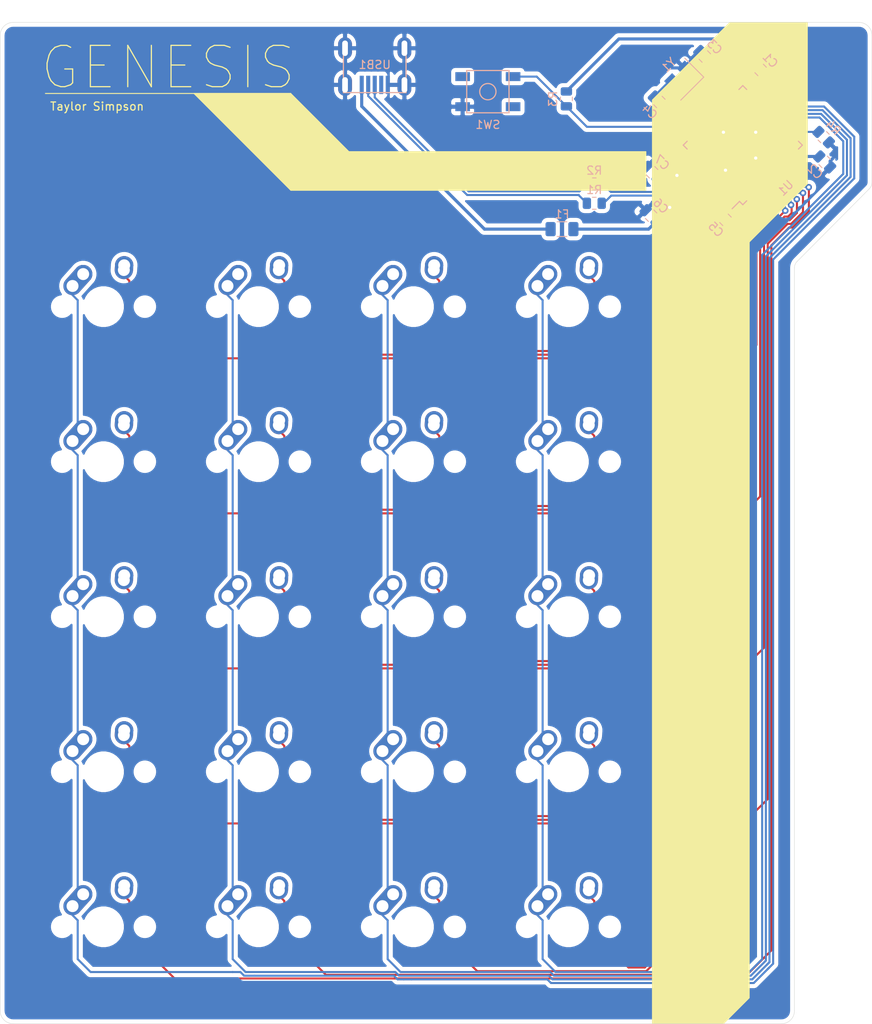
<source format=kicad_pcb>
(kicad_pcb (version 20171130) (host pcbnew "(5.1.9)-1")
  (layers (0 F.Cu signal) (31 B.Cu signal) (34 B.Paste user) (35 F.Paste user) (36 B.SilkS user) (37 F.SilkS user hide) (38 B.Mask user) (39 F.Mask user) (44 Edge.Cuts user))
  (net 0 "")
  (net 1 GND)
  (net 2 +5V)
  (net 3 "Net-(C3-Pad1)")
  (net 4 "Net-(C4-Pad1)")
  (net 5 "Net-(C7-Pad1)")
  (net 6 "Net-(D1-Pad2)")
  (net 7 ROW0)
  (net 8 "Net-(D2-Pad2)")
  (net 9 ROW1)
  (net 10 "Net-(D3-Pad2)")
  (net 11 ROW2)
  (net 12 "Net-(D4-Pad2)")
  (net 13 ROW3)
  (net 14 "Net-(D5-Pad2)")
  (net 15 ROW4)
  (net 16 "Net-(D6-Pad2)")
  (net 17 "Net-(D7-Pad2)")
  (net 18 "Net-(D8-Pad2)")
  (net 19 "Net-(D9-Pad2)")
  (net 20 "Net-(D10-Pad2)")
  (net 21 "Net-(D11-Pad2)")
  (net 22 "Net-(D12-Pad2)")
  (net 23 "Net-(D13-Pad2)")
  (net 24 "Net-(D14-Pad2)")
  (net 25 "Net-(D15-Pad2)")
  (net 26 "Net-(D16-Pad2)")
  (net 27 "Net-(D17-Pad2)")
  (net 28 "Net-(D18-Pad2)")
  (net 29 "Net-(D19-Pad2)")
  (net 30 "Net-(D20-Pad2)")
  (net 31 VCC)
  (net 32 COL0)
  (net 33 COL1)
  (net 34 COL2)
  (net 35 COL3)
  (net 36 D-)
  (net 37 "Net-(R1-Pad1)")
  (net 38 D+)
  (net 39 "Net-(R2-Pad1)")
  (net 40 "Net-(R3-Pad2)")
  (net 41 "Net-(R4-Pad2)")
  (net 42 "Net-(U1-Pad42)")
  (net 43 "Net-(U1-Pad36)")
  (net 44 "Net-(U1-Pad27)")
  (net 45 "Net-(U1-Pad26)")
  (net 46 "Net-(U1-Pad25)")
  (net 47 "Net-(U1-Pad22)")
  (net 48 "Net-(U1-Pad21)")
  (net 49 "Net-(U1-Pad20)")
  (net 50 "Net-(U1-Pad19)")
  (net 51 "Net-(U1-Pad18)")
  (net 52 "Net-(U1-Pad1)")
  (net 53 "Net-(USB1-Pad2)")
  (net 54 "Net-(U1-Pad28)")
  (net 55 "Net-(U1-Pad12)")
  (net 56 "Net-(U1-Pad11)")
  (net 57 "Net-(U1-Pad10)")
  (net 58 "Net-(U1-Pad9)")
  (net 59 "Net-(U1-Pad8)")
  (module Crystal:Crystal_SMD_3225-4Pin_3.2x2.5mm (layer B.Cu) (at 115.651642 26.021277 225)
    (fp_text reference Y1 (at 0 2.45 45) (layer B.SilkS) (effects (justify mirror)))
    (fp_text value 16MHz)
    (pad 4 smd rect (at -1.1 0.85 225) (size 1.4 1.2) (layers B.Cu B.Paste B.Mask) (net 1 GND))
    (pad 3 smd rect (at 1.1 0.85 225) (size 1.4 1.2) (layers B.Cu B.Paste B.Mask) (net 4 "Net-(C4-Pad1)"))
    (pad 2 smd rect (at 1.1 -0.85 225) (size 1.4 1.2) (layers B.Cu B.Paste B.Mask) (net 1 GND))
    (pad 1 smd rect (at -1.1 -0.85 225) (size 1.4 1.2) (layers B.Cu B.Paste B.Mask) (net 3 "Net-(C3-Pad1)"))
  )
  (module random-keyboard-parts:Molex-0548190589 (layer B.Cu) (at 77.7875 22.225 270)
    (fp_text reference USB1 (at 2.032 0) (layer B.SilkS) (effects (justify mirror)))
    (fp_text value Molex-0548190589)
    (pad 6 thru_hole oval (at 0 3.65 270) (size 2.7 1.7) (drill oval 1.9 0.7) (layers *.Cu *.Mask) (net 1 GND))
    (pad 6 thru_hole oval (at 0 -3.65 270) (size 2.7 1.7) (drill oval 1.9 0.7) (layers *.Cu *.Mask) (net 1 GND))
    (pad 6 thru_hole oval (at 4.5 -3.65 270) (size 2.7 1.7) (drill oval 1.9 0.7) (layers *.Cu *.Mask) (net 1 GND))
    (pad 6 thru_hole oval (at 4.5 3.65 270) (size 2.7 1.7) (drill oval 1.9 0.7) (layers *.Cu *.Mask) (net 1 GND))
    (pad 5 smd rect (at 4.5 1.6 270) (size 2.25 0.5) (layers B.Cu B.Paste B.Mask) (net 31 VCC))
    (pad 4 smd rect (at 4.5 0.8 270) (size 2.25 0.5) (layers B.Cu B.Paste B.Mask) (net 36 D-))
    (pad 3 smd rect (at 4.5 0 270) (size 2.25 0.5) (layers B.Cu B.Paste B.Mask) (net 38 D+))
    (pad 2 smd rect (at 4.5 -0.8 270) (size 2.25 0.5) (layers B.Cu B.Paste B.Mask) (net 53 "Net-(USB1-Pad2)"))
    (pad 1 smd rect (at 4.5 -1.6 270) (size 2.25 0.5) (layers B.Cu B.Paste B.Mask) (net 1 GND))
  )
  (module Package_QFP:TQFP-44_10x10mm_P0.8mm (layer B.Cu) (at 123.03125 34.13125 45)
    (fp_text reference U1 (at 0 7.450001 225) (layer B.SilkS) (effects (justify mirror)))
    (fp_text value ATmega32U4-AU)
    (pad 44 smd rect (at -4 5.7 315) (size 1.5 0.55) (layers B.Cu B.Paste B.Mask) (net 2 +5V))
    (pad 43 smd rect (at -3.2 5.7 315) (size 1.5 0.55) (layers B.Cu B.Paste B.Mask) (net 1 GND))
    (pad 42 smd rect (at -2.4 5.7 315) (size 1.5 0.55) (layers B.Cu B.Paste B.Mask) (net 42 "Net-(U1-Pad42)"))
    (pad 41 smd rect (at -1.6 5.7 315) (size 1.5 0.55) (layers B.Cu B.Paste B.Mask) (net 7 ROW0))
    (pad 40 smd rect (at -0.8 5.7 315) (size 1.5 0.55) (layers B.Cu B.Paste B.Mask) (net 9 ROW1))
    (pad 39 smd rect (at 0 5.7 315) (size 1.5 0.55) (layers B.Cu B.Paste B.Mask) (net 11 ROW2))
    (pad 38 smd rect (at 0.8 5.7 315) (size 1.5 0.55) (layers B.Cu B.Paste B.Mask) (net 13 ROW3))
    (pad 37 smd rect (at 1.6 5.7 315) (size 1.5 0.55) (layers B.Cu B.Paste B.Mask) (net 15 ROW4))
    (pad 36 smd rect (at 2.4 5.7 315) (size 1.5 0.55) (layers B.Cu B.Paste B.Mask) (net 43 "Net-(U1-Pad36)"))
    (pad 35 smd rect (at 3.2 5.7 315) (size 1.5 0.55) (layers B.Cu B.Paste B.Mask) (net 1 GND))
    (pad 34 smd rect (at 4 5.7 315) (size 1.5 0.55) (layers B.Cu B.Paste B.Mask) (net 2 +5V))
    (pad 33 smd rect (at 5.7 4 45) (size 1.5 0.55) (layers B.Cu B.Paste B.Mask) (net 41 "Net-(R4-Pad2)"))
    (pad 32 smd rect (at 5.7 3.2 45) (size 1.5 0.55) (layers B.Cu B.Paste B.Mask) (net 35 COL3))
    (pad 31 smd rect (at 5.7 2.4 45) (size 1.5 0.55) (layers B.Cu B.Paste B.Mask) (net 34 COL2))
    (pad 30 smd rect (at 5.7 1.6 45) (size 1.5 0.55) (layers B.Cu B.Paste B.Mask) (net 33 COL1))
    (pad 29 smd rect (at 5.7 0.8 45) (size 1.5 0.55) (layers B.Cu B.Paste B.Mask) (net 32 COL0))
    (pad 28 smd rect (at 5.7 0 45) (size 1.5 0.55) (layers B.Cu B.Paste B.Mask) (net 54 "Net-(U1-Pad28)"))
    (pad 27 smd rect (at 5.7 -0.8 45) (size 1.5 0.55) (layers B.Cu B.Paste B.Mask) (net 44 "Net-(U1-Pad27)"))
    (pad 26 smd rect (at 5.7 -1.6 45) (size 1.5 0.55) (layers B.Cu B.Paste B.Mask) (net 45 "Net-(U1-Pad26)"))
    (pad 25 smd rect (at 5.7 -2.4 45) (size 1.5 0.55) (layers B.Cu B.Paste B.Mask) (net 46 "Net-(U1-Pad25)"))
    (pad 24 smd rect (at 5.7 -3.2 45) (size 1.5 0.55) (layers B.Cu B.Paste B.Mask) (net 2 +5V))
    (pad 23 smd rect (at 5.7 -4 45) (size 1.5 0.55) (layers B.Cu B.Paste B.Mask) (net 1 GND))
    (pad 22 smd rect (at 4 -5.7 315) (size 1.5 0.55) (layers B.Cu B.Paste B.Mask) (net 47 "Net-(U1-Pad22)"))
    (pad 21 smd rect (at 3.2 -5.7 315) (size 1.5 0.55) (layers B.Cu B.Paste B.Mask) (net 48 "Net-(U1-Pad21)"))
    (pad 20 smd rect (at 2.4 -5.7 315) (size 1.5 0.55) (layers B.Cu B.Paste B.Mask) (net 49 "Net-(U1-Pad20)"))
    (pad 19 smd rect (at 1.6 -5.7 315) (size 1.5 0.55) (layers B.Cu B.Paste B.Mask) (net 50 "Net-(U1-Pad19)"))
    (pad 18 smd rect (at 0.8 -5.7 315) (size 1.5 0.55) (layers B.Cu B.Paste B.Mask) (net 51 "Net-(U1-Pad18)"))
    (pad 17 smd rect (at 0 -5.7 315) (size 1.5 0.55) (layers B.Cu B.Paste B.Mask) (net 3 "Net-(C3-Pad1)"))
    (pad 16 smd rect (at -0.8 -5.7 315) (size 1.5 0.55) (layers B.Cu B.Paste B.Mask) (net 4 "Net-(C4-Pad1)"))
    (pad 15 smd rect (at -1.6 -5.7 315) (size 1.5 0.55) (layers B.Cu B.Paste B.Mask) (net 1 GND))
    (pad 14 smd rect (at -2.4 -5.7 315) (size 1.5 0.55) (layers B.Cu B.Paste B.Mask) (net 2 +5V))
    (pad 13 smd rect (at -3.2 -5.7 315) (size 1.5 0.55) (layers B.Cu B.Paste B.Mask) (net 40 "Net-(R3-Pad2)"))
    (pad 12 smd rect (at -4 -5.7 315) (size 1.5 0.55) (layers B.Cu B.Paste B.Mask) (net 55 "Net-(U1-Pad12)"))
    (pad 11 smd rect (at -5.7 -4 45) (size 1.5 0.55) (layers B.Cu B.Paste B.Mask) (net 56 "Net-(U1-Pad11)"))
    (pad 10 smd rect (at -5.7 -3.2 45) (size 1.5 0.55) (layers B.Cu B.Paste B.Mask) (net 57 "Net-(U1-Pad10)"))
    (pad 9 smd rect (at -5.7 -2.4 45) (size 1.5 0.55) (layers B.Cu B.Paste B.Mask) (net 58 "Net-(U1-Pad9)"))
    (pad 8 smd rect (at -5.7 -1.6 45) (size 1.5 0.55) (layers B.Cu B.Paste B.Mask) (net 59 "Net-(U1-Pad8)"))
    (pad 7 smd rect (at -5.7 -0.8 45) (size 1.5 0.55) (layers B.Cu B.Paste B.Mask) (net 2 +5V))
    (pad 6 smd rect (at -5.7 0 45) (size 1.5 0.55) (layers B.Cu B.Paste B.Mask) (net 5 "Net-(C7-Pad1)"))
    (pad 5 smd rect (at -5.7 0.8 45) (size 1.5 0.55) (layers B.Cu B.Paste B.Mask) (net 1 GND))
    (pad 4 smd rect (at -5.7 1.6 45) (size 1.5 0.55) (layers B.Cu B.Paste B.Mask) (net 39 "Net-(R2-Pad1)"))
    (pad 3 smd rect (at -5.7 2.4 45) (size 1.5 0.55) (layers B.Cu B.Paste B.Mask) (net 37 "Net-(R1-Pad1)"))
    (pad 2 smd rect (at -5.7 3.2 45) (size 1.5 0.55) (layers B.Cu B.Paste B.Mask) (net 2 +5V))
    (pad 1 smd rect (at -5.7 4 45) (size 1.5 0.55) (layers B.Cu B.Paste B.Mask) (net 52 "Net-(U1-Pad1)"))
  )
  (module random-keyboard-parts:SKQG-1155865 (layer B.Cu) (at 91.694 27.559 180)
    (fp_text reference SW1 (at 0 -4.064) (layer B.SilkS) (effects (justify mirror)))
    (fp_text value SW_Push)
    (pad 4 smd rect (at -3.1 -1.85 180) (size 1.8 1.1) (layers B.Cu B.Paste B.Mask))
    (pad 3 smd rect (at 3.1 1.85 180) (size 1.8 1.1) (layers B.Cu B.Paste B.Mask))
    (pad 2 smd rect (at -3.1 1.85 180) (size 1.8 1.1) (layers B.Cu B.Paste B.Mask) (net 40 "Net-(R3-Pad2)"))
    (pad 1 smd rect (at 3.1 -1.85 180) (size 1.8 1.1) (layers B.Cu B.Paste B.Mask) (net 1 GND))
  )
  (module Resistor_SMD:R_0805_2012Metric (layer B.Cu) (at 132.969 33.147 135)
    (fp_text reference R4 (at 0 1.65 135) (layer B.SilkS) (effects (justify mirror)))
    (fp_text value 10k)
    (pad 2 smd roundrect (at 0.9125 0 135) (size 1.025 1.4) (layers B.Cu B.Paste B.Mask) (roundrect_rratio 0.243902) (net 41 "Net-(R4-Pad2)"))
    (pad 1 smd roundrect (at -0.9125 0 135) (size 1.025 1.4) (layers B.Cu B.Paste B.Mask) (roundrect_rratio 0.243902) (net 1 GND))
  )
  (module Resistor_SMD:R_0805_2012Metric (layer B.Cu) (at 101.346 28.448 270)
    (fp_text reference R3 (at 0 1.65 90) (layer B.SilkS) (effects (justify mirror)))
    (fp_text value 10k)
    (pad 2 smd roundrect (at 0.9125 0 270) (size 1.025 1.4) (layers B.Cu B.Paste B.Mask) (roundrect_rratio 0.243902) (net 40 "Net-(R3-Pad2)"))
    (pad 1 smd roundrect (at -0.9125 0 270) (size 1.025 1.4) (layers B.Cu B.Paste B.Mask) (roundrect_rratio 0.243902) (net 2 +5V))
  )
  (module Resistor_SMD:R_0805_2012Metric (layer B.Cu) (at 104.775 38.89375 180)
    (fp_text reference R2 (at 0 1.65) (layer B.SilkS) (effects (justify mirror)))
    (fp_text value 22)
    (pad 2 smd roundrect (at 0.9125 0 180) (size 1.025 1.4) (layers B.Cu B.Paste B.Mask) (roundrect_rratio 0.243902) (net 38 D+))
    (pad 1 smd roundrect (at -0.9125 0 180) (size 1.025 1.4) (layers B.Cu B.Paste B.Mask) (roundrect_rratio 0.243902) (net 39 "Net-(R2-Pad1)"))
  )
  (module Resistor_SMD:R_0805_2012Metric (layer B.Cu) (at 104.775 41.275 180)
    (fp_text reference R1 (at 0 1.65) (layer B.SilkS) (effects (justify mirror)))
    (fp_text value 22)
    (pad 2 smd roundrect (at 0.9125 0 180) (size 1.025 1.4) (layers B.Cu B.Paste B.Mask) (roundrect_rratio 0.243902) (net 36 D-))
    (pad 1 smd roundrect (at -0.9125 0 180) (size 1.025 1.4) (layers B.Cu B.Paste B.Mask) (roundrect_rratio 0.243902) (net 37 "Net-(R1-Pad1)"))
  )
  (module MX_Alps_Hybrid:MX-1U-NoLED (layer F.Cu) (at 101.6 130.175)
    (fp_text reference MX20)
    (fp_text value MX-NoLED)
    (pad "" np_thru_hole circle (at 5.08 0 48.0996) (size 1.75 1.75) (drill 1.75) (layers *.Cu *.Mask))
    (pad "" np_thru_hole circle (at -5.08 0 48.0996) (size 1.75 1.75) (drill 1.75) (layers *.Cu *.Mask))
    (pad 1 thru_hole circle (at -2.5 -4) (size 2.25 2.25) (drill 1.47) (layers *.Cu B.Mask) (net 35 COL3))
    (pad "" np_thru_hole circle (at 0 0) (size 3.9878 3.9878) (drill 3.9878) (layers *.Cu *.Mask))
    (pad 1 thru_hole oval (at -3.81 -2.54 48.0996) (size 4.211556 2.25) (drill 1.47 (offset 0.980778 0)) (layers *.Cu B.Mask) (net 35 COL3))
    (pad 2 thru_hole circle (at 2.54 -5.08) (size 2.25 2.25) (drill 1.47) (layers *.Cu B.Mask) (net 30 "Net-(D20-Pad2)"))
    (pad 2 thru_hole oval (at 2.5 -4.5 86.0548) (size 2.831378 2.25) (drill 1.47 (offset 0.290689 0)) (layers *.Cu B.Mask) (net 30 "Net-(D20-Pad2)"))
  )
  (module MX_Alps_Hybrid:MX-1U-NoLED (layer F.Cu) (at 101.6 111.125)
    (fp_text reference MX19)
    (fp_text value MX-NoLED)
    (pad "" np_thru_hole circle (at 5.08 0 48.0996) (size 1.75 1.75) (drill 1.75) (layers *.Cu *.Mask))
    (pad "" np_thru_hole circle (at -5.08 0 48.0996) (size 1.75 1.75) (drill 1.75) (layers *.Cu *.Mask))
    (pad 1 thru_hole circle (at -2.5 -4) (size 2.25 2.25) (drill 1.47) (layers *.Cu B.Mask) (net 35 COL3))
    (pad "" np_thru_hole circle (at 0 0) (size 3.9878 3.9878) (drill 3.9878) (layers *.Cu *.Mask))
    (pad 1 thru_hole oval (at -3.81 -2.54 48.0996) (size 4.211556 2.25) (drill 1.47 (offset 0.980778 0)) (layers *.Cu B.Mask) (net 35 COL3))
    (pad 2 thru_hole circle (at 2.54 -5.08) (size 2.25 2.25) (drill 1.47) (layers *.Cu B.Mask) (net 29 "Net-(D19-Pad2)"))
    (pad 2 thru_hole oval (at 2.5 -4.5 86.0548) (size 2.831378 2.25) (drill 1.47 (offset 0.290689 0)) (layers *.Cu B.Mask) (net 29 "Net-(D19-Pad2)"))
  )
  (module MX_Alps_Hybrid:MX-1U-NoLED (layer F.Cu) (at 101.6 92.075)
    (fp_text reference MX18)
    (fp_text value MX-NoLED)
    (pad "" np_thru_hole circle (at 5.08 0 48.0996) (size 1.75 1.75) (drill 1.75) (layers *.Cu *.Mask))
    (pad "" np_thru_hole circle (at -5.08 0 48.0996) (size 1.75 1.75) (drill 1.75) (layers *.Cu *.Mask))
    (pad 1 thru_hole circle (at -2.5 -4) (size 2.25 2.25) (drill 1.47) (layers *.Cu B.Mask) (net 35 COL3))
    (pad "" np_thru_hole circle (at 0 0) (size 3.9878 3.9878) (drill 3.9878) (layers *.Cu *.Mask))
    (pad 1 thru_hole oval (at -3.81 -2.54 48.0996) (size 4.211556 2.25) (drill 1.47 (offset 0.980778 0)) (layers *.Cu B.Mask) (net 35 COL3))
    (pad 2 thru_hole circle (at 2.54 -5.08) (size 2.25 2.25) (drill 1.47) (layers *.Cu B.Mask) (net 28 "Net-(D18-Pad2)"))
    (pad 2 thru_hole oval (at 2.5 -4.5 86.0548) (size 2.831378 2.25) (drill 1.47 (offset 0.290689 0)) (layers *.Cu B.Mask) (net 28 "Net-(D18-Pad2)"))
  )
  (module MX_Alps_Hybrid:MX-1U-NoLED (layer F.Cu) (at 101.6 73.025)
    (fp_text reference MX17)
    (fp_text value MX-NoLED)
    (pad "" np_thru_hole circle (at 5.08 0 48.0996) (size 1.75 1.75) (drill 1.75) (layers *.Cu *.Mask))
    (pad "" np_thru_hole circle (at -5.08 0 48.0996) (size 1.75 1.75) (drill 1.75) (layers *.Cu *.Mask))
    (pad 1 thru_hole circle (at -2.5 -4) (size 2.25 2.25) (drill 1.47) (layers *.Cu B.Mask) (net 35 COL3))
    (pad "" np_thru_hole circle (at 0 0) (size 3.9878 3.9878) (drill 3.9878) (layers *.Cu *.Mask))
    (pad 1 thru_hole oval (at -3.81 -2.54 48.0996) (size 4.211556 2.25) (drill 1.47 (offset 0.980778 0)) (layers *.Cu B.Mask) (net 35 COL3))
    (pad 2 thru_hole circle (at 2.54 -5.08) (size 2.25 2.25) (drill 1.47) (layers *.Cu B.Mask) (net 27 "Net-(D17-Pad2)"))
    (pad 2 thru_hole oval (at 2.5 -4.5 86.0548) (size 2.831378 2.25) (drill 1.47 (offset 0.290689 0)) (layers *.Cu B.Mask) (net 27 "Net-(D17-Pad2)"))
  )
  (module MX_Alps_Hybrid:MX-1U-NoLED (layer F.Cu) (at 101.6 53.975)
    (fp_text reference MX16)
    (fp_text value MX-NoLED)
    (pad "" np_thru_hole circle (at 5.08 0 48.0996) (size 1.75 1.75) (drill 1.75) (layers *.Cu *.Mask))
    (pad "" np_thru_hole circle (at -5.08 0 48.0996) (size 1.75 1.75) (drill 1.75) (layers *.Cu *.Mask))
    (pad 1 thru_hole circle (at -2.5 -4) (size 2.25 2.25) (drill 1.47) (layers *.Cu B.Mask) (net 35 COL3))
    (pad "" np_thru_hole circle (at 0 0) (size 3.9878 3.9878) (drill 3.9878) (layers *.Cu *.Mask))
    (pad 1 thru_hole oval (at -3.81 -2.54 48.0996) (size 4.211556 2.25) (drill 1.47 (offset 0.980778 0)) (layers *.Cu B.Mask) (net 35 COL3))
    (pad 2 thru_hole circle (at 2.54 -5.08) (size 2.25 2.25) (drill 1.47) (layers *.Cu B.Mask) (net 26 "Net-(D16-Pad2)"))
    (pad 2 thru_hole oval (at 2.5 -4.5 86.0548) (size 2.831378 2.25) (drill 1.47 (offset 0.290689 0)) (layers *.Cu B.Mask) (net 26 "Net-(D16-Pad2)"))
  )
  (module MX_Alps_Hybrid:MX-1U-NoLED (layer F.Cu) (at 82.55 130.175)
    (fp_text reference MX15)
    (fp_text value MX-NoLED)
    (pad "" np_thru_hole circle (at 5.08 0 48.0996) (size 1.75 1.75) (drill 1.75) (layers *.Cu *.Mask))
    (pad "" np_thru_hole circle (at -5.08 0 48.0996) (size 1.75 1.75) (drill 1.75) (layers *.Cu *.Mask))
    (pad 1 thru_hole circle (at -2.5 -4) (size 2.25 2.25) (drill 1.47) (layers *.Cu B.Mask) (net 34 COL2))
    (pad "" np_thru_hole circle (at 0 0) (size 3.9878 3.9878) (drill 3.9878) (layers *.Cu *.Mask))
    (pad 1 thru_hole oval (at -3.81 -2.54 48.0996) (size 4.211556 2.25) (drill 1.47 (offset 0.980778 0)) (layers *.Cu B.Mask) (net 34 COL2))
    (pad 2 thru_hole circle (at 2.54 -5.08) (size 2.25 2.25) (drill 1.47) (layers *.Cu B.Mask) (net 25 "Net-(D15-Pad2)"))
    (pad 2 thru_hole oval (at 2.5 -4.5 86.0548) (size 2.831378 2.25) (drill 1.47 (offset 0.290689 0)) (layers *.Cu B.Mask) (net 25 "Net-(D15-Pad2)"))
  )
  (module MX_Alps_Hybrid:MX-1U-NoLED (layer F.Cu) (at 82.55 111.125)
    (fp_text reference MX14)
    (fp_text value MX-NoLED)
    (pad "" np_thru_hole circle (at 5.08 0 48.0996) (size 1.75 1.75) (drill 1.75) (layers *.Cu *.Mask))
    (pad "" np_thru_hole circle (at -5.08 0 48.0996) (size 1.75 1.75) (drill 1.75) (layers *.Cu *.Mask))
    (pad 1 thru_hole circle (at -2.5 -4) (size 2.25 2.25) (drill 1.47) (layers *.Cu B.Mask) (net 34 COL2))
    (pad "" np_thru_hole circle (at 0 0) (size 3.9878 3.9878) (drill 3.9878) (layers *.Cu *.Mask))
    (pad 1 thru_hole oval (at -3.81 -2.54 48.0996) (size 4.211556 2.25) (drill 1.47 (offset 0.980778 0)) (layers *.Cu B.Mask) (net 34 COL2))
    (pad 2 thru_hole circle (at 2.54 -5.08) (size 2.25 2.25) (drill 1.47) (layers *.Cu B.Mask) (net 24 "Net-(D14-Pad2)"))
    (pad 2 thru_hole oval (at 2.5 -4.5 86.0548) (size 2.831378 2.25) (drill 1.47 (offset 0.290689 0)) (layers *.Cu B.Mask) (net 24 "Net-(D14-Pad2)"))
  )
  (module MX_Alps_Hybrid:MX-1U-NoLED (layer F.Cu) (at 82.55 92.075)
    (fp_text reference MX13)
    (fp_text value MX-NoLED)
    (pad "" np_thru_hole circle (at 5.08 0 48.0996) (size 1.75 1.75) (drill 1.75) (layers *.Cu *.Mask))
    (pad "" np_thru_hole circle (at -5.08 0 48.0996) (size 1.75 1.75) (drill 1.75) (layers *.Cu *.Mask))
    (pad 1 thru_hole circle (at -2.5 -4) (size 2.25 2.25) (drill 1.47) (layers *.Cu B.Mask) (net 34 COL2))
    (pad "" np_thru_hole circle (at 0 0) (size 3.9878 3.9878) (drill 3.9878) (layers *.Cu *.Mask))
    (pad 1 thru_hole oval (at -3.81 -2.54 48.0996) (size 4.211556 2.25) (drill 1.47 (offset 0.980778 0)) (layers *.Cu B.Mask) (net 34 COL2))
    (pad 2 thru_hole circle (at 2.54 -5.08) (size 2.25 2.25) (drill 1.47) (layers *.Cu B.Mask) (net 23 "Net-(D13-Pad2)"))
    (pad 2 thru_hole oval (at 2.5 -4.5 86.0548) (size 2.831378 2.25) (drill 1.47 (offset 0.290689 0)) (layers *.Cu B.Mask) (net 23 "Net-(D13-Pad2)"))
  )
  (module MX_Alps_Hybrid:MX-1U-NoLED (layer F.Cu) (at 82.55 73.025)
    (fp_text reference MX12)
    (fp_text value MX-NoLED)
    (pad "" np_thru_hole circle (at 5.08 0 48.0996) (size 1.75 1.75) (drill 1.75) (layers *.Cu *.Mask))
    (pad "" np_thru_hole circle (at -5.08 0 48.0996) (size 1.75 1.75) (drill 1.75) (layers *.Cu *.Mask))
    (pad 1 thru_hole circle (at -2.5 -4) (size 2.25 2.25) (drill 1.47) (layers *.Cu B.Mask) (net 34 COL2))
    (pad "" np_thru_hole circle (at 0 0) (size 3.9878 3.9878) (drill 3.9878) (layers *.Cu *.Mask))
    (pad 1 thru_hole oval (at -3.81 -2.54 48.0996) (size 4.211556 2.25) (drill 1.47 (offset 0.980778 0)) (layers *.Cu B.Mask) (net 34 COL2))
    (pad 2 thru_hole circle (at 2.54 -5.08) (size 2.25 2.25) (drill 1.47) (layers *.Cu B.Mask) (net 22 "Net-(D12-Pad2)"))
    (pad 2 thru_hole oval (at 2.5 -4.5 86.0548) (size 2.831378 2.25) (drill 1.47 (offset 0.290689 0)) (layers *.Cu B.Mask) (net 22 "Net-(D12-Pad2)"))
  )
  (module MX_Alps_Hybrid:MX-1U-NoLED (layer F.Cu) (at 82.55 53.975)
    (fp_text reference MX11)
    (fp_text value MX-NoLED)
    (pad "" np_thru_hole circle (at 5.08 0 48.0996) (size 1.75 1.75) (drill 1.75) (layers *.Cu *.Mask))
    (pad "" np_thru_hole circle (at -5.08 0 48.0996) (size 1.75 1.75) (drill 1.75) (layers *.Cu *.Mask))
    (pad 1 thru_hole circle (at -2.5 -4) (size 2.25 2.25) (drill 1.47) (layers *.Cu B.Mask) (net 34 COL2))
    (pad "" np_thru_hole circle (at 0 0) (size 3.9878 3.9878) (drill 3.9878) (layers *.Cu *.Mask))
    (pad 1 thru_hole oval (at -3.81 -2.54 48.0996) (size 4.211556 2.25) (drill 1.47 (offset 0.980778 0)) (layers *.Cu B.Mask) (net 34 COL2))
    (pad 2 thru_hole circle (at 2.54 -5.08) (size 2.25 2.25) (drill 1.47) (layers *.Cu B.Mask) (net 21 "Net-(D11-Pad2)"))
    (pad 2 thru_hole oval (at 2.5 -4.5 86.0548) (size 2.831378 2.25) (drill 1.47 (offset 0.290689 0)) (layers *.Cu B.Mask) (net 21 "Net-(D11-Pad2)"))
  )
  (module MX_Alps_Hybrid:MX-1U-NoLED (layer F.Cu) (at 63.5 130.175)
    (fp_text reference MX10)
    (fp_text value MX-NoLED)
    (pad "" np_thru_hole circle (at 5.08 0 48.0996) (size 1.75 1.75) (drill 1.75) (layers *.Cu *.Mask))
    (pad "" np_thru_hole circle (at -5.08 0 48.0996) (size 1.75 1.75) (drill 1.75) (layers *.Cu *.Mask))
    (pad 1 thru_hole circle (at -2.5 -4) (size 2.25 2.25) (drill 1.47) (layers *.Cu B.Mask) (net 33 COL1))
    (pad "" np_thru_hole circle (at 0 0) (size 3.9878 3.9878) (drill 3.9878) (layers *.Cu *.Mask))
    (pad 1 thru_hole oval (at -3.81 -2.54 48.0996) (size 4.211556 2.25) (drill 1.47 (offset 0.980778 0)) (layers *.Cu B.Mask) (net 33 COL1))
    (pad 2 thru_hole circle (at 2.54 -5.08) (size 2.25 2.25) (drill 1.47) (layers *.Cu B.Mask) (net 20 "Net-(D10-Pad2)"))
    (pad 2 thru_hole oval (at 2.5 -4.5 86.0548) (size 2.831378 2.25) (drill 1.47 (offset 0.290689 0)) (layers *.Cu B.Mask) (net 20 "Net-(D10-Pad2)"))
  )
  (module MX_Alps_Hybrid:MX-1U-NoLED (layer F.Cu) (at 63.5 111.125)
    (fp_text reference MX9)
    (fp_text value MX-NoLED)
    (pad "" np_thru_hole circle (at 5.08 0 48.0996) (size 1.75 1.75) (drill 1.75) (layers *.Cu *.Mask))
    (pad "" np_thru_hole circle (at -5.08 0 48.0996) (size 1.75 1.75) (drill 1.75) (layers *.Cu *.Mask))
    (pad 1 thru_hole circle (at -2.5 -4) (size 2.25 2.25) (drill 1.47) (layers *.Cu B.Mask) (net 33 COL1))
    (pad "" np_thru_hole circle (at 0 0) (size 3.9878 3.9878) (drill 3.9878) (layers *.Cu *.Mask))
    (pad 1 thru_hole oval (at -3.81 -2.54 48.0996) (size 4.211556 2.25) (drill 1.47 (offset 0.980778 0)) (layers *.Cu B.Mask) (net 33 COL1))
    (pad 2 thru_hole circle (at 2.54 -5.08) (size 2.25 2.25) (drill 1.47) (layers *.Cu B.Mask) (net 19 "Net-(D9-Pad2)"))
    (pad 2 thru_hole oval (at 2.5 -4.5 86.0548) (size 2.831378 2.25) (drill 1.47 (offset 0.290689 0)) (layers *.Cu B.Mask) (net 19 "Net-(D9-Pad2)"))
  )
  (module MX_Alps_Hybrid:MX-1U-NoLED (layer F.Cu) (at 63.5 92.075)
    (fp_text reference MX8)
    (fp_text value MX-NoLED)
    (pad "" np_thru_hole circle (at 5.08 0 48.0996) (size 1.75 1.75) (drill 1.75) (layers *.Cu *.Mask))
    (pad "" np_thru_hole circle (at -5.08 0 48.0996) (size 1.75 1.75) (drill 1.75) (layers *.Cu *.Mask))
    (pad 1 thru_hole circle (at -2.5 -4) (size 2.25 2.25) (drill 1.47) (layers *.Cu B.Mask) (net 33 COL1))
    (pad "" np_thru_hole circle (at 0 0) (size 3.9878 3.9878) (drill 3.9878) (layers *.Cu *.Mask))
    (pad 1 thru_hole oval (at -3.81 -2.54 48.0996) (size 4.211556 2.25) (drill 1.47 (offset 0.980778 0)) (layers *.Cu B.Mask) (net 33 COL1))
    (pad 2 thru_hole circle (at 2.54 -5.08) (size 2.25 2.25) (drill 1.47) (layers *.Cu B.Mask) (net 18 "Net-(D8-Pad2)"))
    (pad 2 thru_hole oval (at 2.5 -4.5 86.0548) (size 2.831378 2.25) (drill 1.47 (offset 0.290689 0)) (layers *.Cu B.Mask) (net 18 "Net-(D8-Pad2)"))
  )
  (module MX_Alps_Hybrid:MX-1U-NoLED (layer F.Cu) (at 63.5 73.025)
    (fp_text reference MX7)
    (fp_text value MX-NoLED)
    (pad "" np_thru_hole circle (at 5.08 0 48.0996) (size 1.75 1.75) (drill 1.75) (layers *.Cu *.Mask))
    (pad "" np_thru_hole circle (at -5.08 0 48.0996) (size 1.75 1.75) (drill 1.75) (layers *.Cu *.Mask))
    (pad 1 thru_hole circle (at -2.5 -4) (size 2.25 2.25) (drill 1.47) (layers *.Cu B.Mask) (net 33 COL1))
    (pad "" np_thru_hole circle (at 0 0) (size 3.9878 3.9878) (drill 3.9878) (layers *.Cu *.Mask))
    (pad 1 thru_hole oval (at -3.81 -2.54 48.0996) (size 4.211556 2.25) (drill 1.47 (offset 0.980778 0)) (layers *.Cu B.Mask) (net 33 COL1))
    (pad 2 thru_hole circle (at 2.54 -5.08) (size 2.25 2.25) (drill 1.47) (layers *.Cu B.Mask) (net 17 "Net-(D7-Pad2)"))
    (pad 2 thru_hole oval (at 2.5 -4.5 86.0548) (size 2.831378 2.25) (drill 1.47 (offset 0.290689 0)) (layers *.Cu B.Mask) (net 17 "Net-(D7-Pad2)"))
  )
  (module MX_Alps_Hybrid:MX-1U-NoLED (layer F.Cu) (at 63.5 53.975)
    (fp_text reference MX6)
    (fp_text value MX-NoLED)
    (pad "" np_thru_hole circle (at 5.08 0 48.0996) (size 1.75 1.75) (drill 1.75) (layers *.Cu *.Mask))
    (pad "" np_thru_hole circle (at -5.08 0 48.0996) (size 1.75 1.75) (drill 1.75) (layers *.Cu *.Mask))
    (pad 1 thru_hole circle (at -2.5 -4) (size 2.25 2.25) (drill 1.47) (layers *.Cu B.Mask) (net 33 COL1))
    (pad "" np_thru_hole circle (at 0 0) (size 3.9878 3.9878) (drill 3.9878) (layers *.Cu *.Mask))
    (pad 1 thru_hole oval (at -3.81 -2.54 48.0996) (size 4.211556 2.25) (drill 1.47 (offset 0.980778 0)) (layers *.Cu B.Mask) (net 33 COL1))
    (pad 2 thru_hole circle (at 2.54 -5.08) (size 2.25 2.25) (drill 1.47) (layers *.Cu B.Mask) (net 16 "Net-(D6-Pad2)"))
    (pad 2 thru_hole oval (at 2.5 -4.5 86.0548) (size 2.831378 2.25) (drill 1.47 (offset 0.290689 0)) (layers *.Cu B.Mask) (net 16 "Net-(D6-Pad2)"))
  )
  (module MX_Alps_Hybrid:MX-1U-NoLED (layer F.Cu) (at 44.45 130.175)
    (fp_text reference MX5)
    (fp_text value MX-NoLED)
    (pad "" np_thru_hole circle (at 5.08 0 48.0996) (size 1.75 1.75) (drill 1.75) (layers *.Cu *.Mask))
    (pad "" np_thru_hole circle (at -5.08 0 48.0996) (size 1.75 1.75) (drill 1.75) (layers *.Cu *.Mask))
    (pad 1 thru_hole circle (at -2.5 -4) (size 2.25 2.25) (drill 1.47) (layers *.Cu B.Mask) (net 32 COL0))
    (pad "" np_thru_hole circle (at 0 0) (size 3.9878 3.9878) (drill 3.9878) (layers *.Cu *.Mask))
    (pad 1 thru_hole oval (at -3.81 -2.54 48.0996) (size 4.211556 2.25) (drill 1.47 (offset 0.980778 0)) (layers *.Cu B.Mask) (net 32 COL0))
    (pad 2 thru_hole circle (at 2.54 -5.08) (size 2.25 2.25) (drill 1.47) (layers *.Cu B.Mask) (net 14 "Net-(D5-Pad2)"))
    (pad 2 thru_hole oval (at 2.5 -4.5 86.0548) (size 2.831378 2.25) (drill 1.47 (offset 0.290689 0)) (layers *.Cu B.Mask) (net 14 "Net-(D5-Pad2)"))
  )
  (module MX_Alps_Hybrid:MX-1U-NoLED (layer F.Cu) (at 44.45 111.125)
    (fp_text reference MX4)
    (fp_text value MX-NoLED)
    (pad "" np_thru_hole circle (at 5.08 0 48.0996) (size 1.75 1.75) (drill 1.75) (layers *.Cu *.Mask))
    (pad "" np_thru_hole circle (at -5.08 0 48.0996) (size 1.75 1.75) (drill 1.75) (layers *.Cu *.Mask))
    (pad 1 thru_hole circle (at -2.5 -4) (size 2.25 2.25) (drill 1.47) (layers *.Cu B.Mask) (net 32 COL0))
    (pad "" np_thru_hole circle (at 0 0) (size 3.9878 3.9878) (drill 3.9878) (layers *.Cu *.Mask))
    (pad 1 thru_hole oval (at -3.81 -2.54 48.0996) (size 4.211556 2.25) (drill 1.47 (offset 0.980778 0)) (layers *.Cu B.Mask) (net 32 COL0))
    (pad 2 thru_hole circle (at 2.54 -5.08) (size 2.25 2.25) (drill 1.47) (layers *.Cu B.Mask) (net 12 "Net-(D4-Pad2)"))
    (pad 2 thru_hole oval (at 2.5 -4.5 86.0548) (size 2.831378 2.25) (drill 1.47 (offset 0.290689 0)) (layers *.Cu B.Mask) (net 12 "Net-(D4-Pad2)"))
  )
  (module MX_Alps_Hybrid:MX-1U-NoLED (layer F.Cu) (at 44.45 92.075)
    (fp_text reference MX3)
    (fp_text value MX-NoLED)
    (pad "" np_thru_hole circle (at 5.08 0 48.0996) (size 1.75 1.75) (drill 1.75) (layers *.Cu *.Mask))
    (pad "" np_thru_hole circle (at -5.08 0 48.0996) (size 1.75 1.75) (drill 1.75) (layers *.Cu *.Mask))
    (pad 1 thru_hole circle (at -2.5 -4) (size 2.25 2.25) (drill 1.47) (layers *.Cu B.Mask) (net 32 COL0))
    (pad "" np_thru_hole circle (at 0 0) (size 3.9878 3.9878) (drill 3.9878) (layers *.Cu *.Mask))
    (pad 1 thru_hole oval (at -3.81 -2.54 48.0996) (size 4.211556 2.25) (drill 1.47 (offset 0.980778 0)) (layers *.Cu B.Mask) (net 32 COL0))
    (pad 2 thru_hole circle (at 2.54 -5.08) (size 2.25 2.25) (drill 1.47) (layers *.Cu B.Mask) (net 10 "Net-(D3-Pad2)"))
    (pad 2 thru_hole oval (at 2.5 -4.5 86.0548) (size 2.831378 2.25) (drill 1.47 (offset 0.290689 0)) (layers *.Cu B.Mask) (net 10 "Net-(D3-Pad2)"))
  )
  (module MX_Alps_Hybrid:MX-1U-NoLED (layer F.Cu) (at 44.45 73.025)
    (fp_text reference MX2)
    (fp_text value MX-NoLED)
    (pad "" np_thru_hole circle (at 5.08 0 48.0996) (size 1.75 1.75) (drill 1.75) (layers *.Cu *.Mask))
    (pad "" np_thru_hole circle (at -5.08 0 48.0996) (size 1.75 1.75) (drill 1.75) (layers *.Cu *.Mask))
    (pad 1 thru_hole circle (at -2.5 -4) (size 2.25 2.25) (drill 1.47) (layers *.Cu B.Mask) (net 32 COL0))
    (pad "" np_thru_hole circle (at 0 0) (size 3.9878 3.9878) (drill 3.9878) (layers *.Cu *.Mask))
    (pad 1 thru_hole oval (at -3.81 -2.54 48.0996) (size 4.211556 2.25) (drill 1.47 (offset 0.980778 0)) (layers *.Cu B.Mask) (net 32 COL0))
    (pad 2 thru_hole circle (at 2.54 -5.08) (size 2.25 2.25) (drill 1.47) (layers *.Cu B.Mask) (net 8 "Net-(D2-Pad2)"))
    (pad 2 thru_hole oval (at 2.5 -4.5 86.0548) (size 2.831378 2.25) (drill 1.47 (offset 0.290689 0)) (layers *.Cu B.Mask) (net 8 "Net-(D2-Pad2)"))
  )
  (module MX_Alps_Hybrid:MX-1U-NoLED (layer F.Cu) (at 44.45 53.975)
    (fp_text reference MX1)
    (fp_text value MX-NoLED)
    (pad "" np_thru_hole circle (at 5.08 0 48.0996) (size 1.75 1.75) (drill 1.75) (layers *.Cu *.Mask))
    (pad "" np_thru_hole circle (at -5.08 0 48.0996) (size 1.75 1.75) (drill 1.75) (layers *.Cu *.Mask))
    (pad 1 thru_hole circle (at -2.5 -4) (size 2.25 2.25) (drill 1.47) (layers *.Cu B.Mask) (net 32 COL0))
    (pad "" np_thru_hole circle (at 0 0) (size 3.9878 3.9878) (drill 3.9878) (layers *.Cu *.Mask))
    (pad 1 thru_hole oval (at -3.81 -2.54 48.0996) (size 4.211556 2.25) (drill 1.47 (offset 0.980778 0)) (layers *.Cu B.Mask) (net 32 COL0))
    (pad 2 thru_hole circle (at 2.54 -5.08) (size 2.25 2.25) (drill 1.47) (layers *.Cu B.Mask) (net 6 "Net-(D1-Pad2)"))
    (pad 2 thru_hole oval (at 2.5 -4.5 86.0548) (size 2.831378 2.25) (drill 1.47 (offset 0.290689 0)) (layers *.Cu B.Mask) (net 6 "Net-(D1-Pad2)"))
  )
  (module Fuse:Fuse_1206_3216Metric (layer B.Cu) (at 100.80625 44.45 180)
    (fp_text reference F1 (at 0 1.82) (layer B.SilkS) (effects (justify mirror)))
    (fp_text value 500mA)
    (pad 2 smd roundrect (at 1.4 0 180) (size 1.25 1.75) (layers B.Cu B.Paste B.Mask) (roundrect_rratio 0.2) (net 31 VCC))
    (pad 1 smd roundrect (at -1.4 0 180) (size 1.25 1.75) (layers B.Cu B.Paste B.Mask) (roundrect_rratio 0.2) (net 2 +5V))
  )
  (module Diode_SMD:D_SOD-123 (layer F.Cu) (at 114.3 129.38125 180)
    (fp_text reference D20 (at 0 -2) (layer F.SilkS))
    (fp_text value D_Small)
    (pad 2 smd rect (at 1.65 0 180) (size 0.9 1.2) (layers F.Cu F.Paste F.Mask) (net 30 "Net-(D20-Pad2)"))
    (pad 1 smd rect (at -1.65 0 180) (size 0.9 1.2) (layers F.Cu F.Paste F.Mask) (net 15 ROW4))
  )
  (module Diode_SMD:D_SOD-123 (layer F.Cu) (at 114.3 110.33125 180)
    (fp_text reference D19 (at 0 -2) (layer F.SilkS))
    (fp_text value D_Small)
    (pad 2 smd rect (at 1.65 0 180) (size 0.9 1.2) (layers F.Cu F.Paste F.Mask) (net 29 "Net-(D19-Pad2)"))
    (pad 1 smd rect (at -1.65 0 180) (size 0.9 1.2) (layers F.Cu F.Paste F.Mask) (net 13 ROW3))
  )
  (module Diode_SMD:D_SOD-123 (layer F.Cu) (at 114.3 91.28125 180)
    (fp_text reference D18 (at 0 -2) (layer F.SilkS))
    (fp_text value D_Small)
    (pad 2 smd rect (at 1.65 0 180) (size 0.9 1.2) (layers F.Cu F.Paste F.Mask) (net 28 "Net-(D18-Pad2)"))
    (pad 1 smd rect (at -1.65 0 180) (size 0.9 1.2) (layers F.Cu F.Paste F.Mask) (net 11 ROW2))
  )
  (module Diode_SMD:D_SOD-123 (layer F.Cu) (at 114.3 72.23125 180)
    (fp_text reference D17 (at 0 -2) (layer F.SilkS))
    (fp_text value D_Small)
    (pad 2 smd rect (at 1.65 0 180) (size 0.9 1.2) (layers F.Cu F.Paste F.Mask) (net 27 "Net-(D17-Pad2)"))
    (pad 1 smd rect (at -1.65 0 180) (size 0.9 1.2) (layers F.Cu F.Paste F.Mask) (net 9 ROW1))
  )
  (module Diode_SMD:D_SOD-123 (layer F.Cu) (at 114.3 53.18125 180)
    (fp_text reference D16 (at 0 -2) (layer F.SilkS))
    (fp_text value D_Small)
    (pad 2 smd rect (at 1.65 0 180) (size 0.9 1.2) (layers F.Cu F.Paste F.Mask) (net 26 "Net-(D16-Pad2)"))
    (pad 1 smd rect (at -1.65 0 180) (size 0.9 1.2) (layers F.Cu F.Paste F.Mask) (net 7 ROW0))
  )
  (module Diode_SMD:D_SOD-123 (layer F.Cu) (at 116.68125 131.7625 180)
    (fp_text reference D15 (at 0 -2) (layer F.SilkS))
    (fp_text value D_Small)
    (pad 2 smd rect (at 1.65 0 180) (size 0.9 1.2) (layers F.Cu F.Paste F.Mask) (net 25 "Net-(D15-Pad2)"))
    (pad 1 smd rect (at -1.65 0 180) (size 0.9 1.2) (layers F.Cu F.Paste F.Mask) (net 15 ROW4))
  )
  (module Diode_SMD:D_SOD-123 (layer F.Cu) (at 116.68125 112.7125 180)
    (fp_text reference D14 (at 0 -2) (layer F.SilkS))
    (fp_text value D_Small)
    (pad 2 smd rect (at 1.65 0 180) (size 0.9 1.2) (layers F.Cu F.Paste F.Mask) (net 24 "Net-(D14-Pad2)"))
    (pad 1 smd rect (at -1.65 0 180) (size 0.9 1.2) (layers F.Cu F.Paste F.Mask) (net 13 ROW3))
  )
  (module Diode_SMD:D_SOD-123 (layer F.Cu) (at 116.68125 93.6625 180)
    (fp_text reference D13 (at 0 -2) (layer F.SilkS))
    (fp_text value D_Small)
    (pad 2 smd rect (at 1.65 0 180) (size 0.9 1.2) (layers F.Cu F.Paste F.Mask) (net 23 "Net-(D13-Pad2)"))
    (pad 1 smd rect (at -1.65 0 180) (size 0.9 1.2) (layers F.Cu F.Paste F.Mask) (net 11 ROW2))
  )
  (module Diode_SMD:D_SOD-123 (layer F.Cu) (at 116.68125 74.6125 180)
    (fp_text reference D12 (at 0 -2) (layer F.SilkS))
    (fp_text value D_Small)
    (pad 2 smd rect (at 1.65 0 180) (size 0.9 1.2) (layers F.Cu F.Paste F.Mask) (net 22 "Net-(D12-Pad2)"))
    (pad 1 smd rect (at -1.65 0 180) (size 0.9 1.2) (layers F.Cu F.Paste F.Mask) (net 9 ROW1))
  )
  (module Diode_SMD:D_SOD-123 (layer F.Cu) (at 116.68125 55.5625 180)
    (fp_text reference D11 (at 0 -2) (layer F.SilkS))
    (fp_text value D_Small)
    (pad 2 smd rect (at 1.65 0 180) (size 0.9 1.2) (layers F.Cu F.Paste F.Mask) (net 21 "Net-(D11-Pad2)"))
    (pad 1 smd rect (at -1.65 0 180) (size 0.9 1.2) (layers F.Cu F.Paste F.Mask) (net 7 ROW0))
  )
  (module Diode_SMD:D_SOD-123 (layer F.Cu) (at 119.0625 134.14375 180)
    (fp_text reference D10 (at 0 -2) (layer F.SilkS))
    (fp_text value D_Small)
    (pad 2 smd rect (at 1.65 0 180) (size 0.9 1.2) (layers F.Cu F.Paste F.Mask) (net 20 "Net-(D10-Pad2)"))
    (pad 1 smd rect (at -1.65 0 180) (size 0.9 1.2) (layers F.Cu F.Paste F.Mask) (net 15 ROW4))
  )
  (module Diode_SMD:D_SOD-123 (layer F.Cu) (at 119.0625 115.09375 180)
    (fp_text reference D9 (at 0 -2) (layer F.SilkS))
    (fp_text value D_Small)
    (pad 2 smd rect (at 1.65 0 180) (size 0.9 1.2) (layers F.Cu F.Paste F.Mask) (net 19 "Net-(D9-Pad2)"))
    (pad 1 smd rect (at -1.65 0 180) (size 0.9 1.2) (layers F.Cu F.Paste F.Mask) (net 13 ROW3))
  )
  (module Diode_SMD:D_SOD-123 (layer F.Cu) (at 119.0625 96.04375 180)
    (fp_text reference D8 (at 0 -2) (layer F.SilkS))
    (fp_text value D_Small)
    (pad 2 smd rect (at 1.65 0 180) (size 0.9 1.2) (layers F.Cu F.Paste F.Mask) (net 18 "Net-(D8-Pad2)"))
    (pad 1 smd rect (at -1.65 0 180) (size 0.9 1.2) (layers F.Cu F.Paste F.Mask) (net 11 ROW2))
  )
  (module Diode_SMD:D_SOD-123 (layer F.Cu) (at 119.0625 76.99375 180)
    (fp_text reference D7 (at 0 -2) (layer F.SilkS))
    (fp_text value D_Small)
    (pad 2 smd rect (at 1.65 0 180) (size 0.9 1.2) (layers F.Cu F.Paste F.Mask) (net 17 "Net-(D7-Pad2)"))
    (pad 1 smd rect (at -1.65 0 180) (size 0.9 1.2) (layers F.Cu F.Paste F.Mask) (net 9 ROW1))
  )
  (module Diode_SMD:D_SOD-123 (layer F.Cu) (at 119.0625 57.94375 180)
    (fp_text reference D6 (at 0 -2) (layer F.SilkS))
    (fp_text value D_Small)
    (pad 2 smd rect (at 1.65 0 180) (size 0.9 1.2) (layers F.Cu F.Paste F.Mask) (net 16 "Net-(D6-Pad2)"))
    (pad 1 smd rect (at -1.65 0 180) (size 0.9 1.2) (layers F.Cu F.Paste F.Mask) (net 7 ROW0))
  )
  (module Diode_SMD:D_SOD-123 (layer F.Cu) (at 121.44375 136.525 180)
    (fp_text reference D5 (at 0 -2) (layer F.SilkS))
    (fp_text value D_Small)
    (pad 2 smd rect (at 1.65 0 180) (size 0.9 1.2) (layers F.Cu F.Paste F.Mask) (net 14 "Net-(D5-Pad2)"))
    (pad 1 smd rect (at -1.65 0 180) (size 0.9 1.2) (layers F.Cu F.Paste F.Mask) (net 15 ROW4))
  )
  (module Diode_SMD:D_SOD-123 (layer F.Cu) (at 121.44375 117.475 180)
    (fp_text reference D4 (at 0 -2) (layer F.SilkS))
    (fp_text value D_Small)
    (pad 2 smd rect (at 1.65 0 180) (size 0.9 1.2) (layers F.Cu F.Paste F.Mask) (net 12 "Net-(D4-Pad2)"))
    (pad 1 smd rect (at -1.65 0 180) (size 0.9 1.2) (layers F.Cu F.Paste F.Mask) (net 13 ROW3))
  )
  (module Diode_SMD:D_SOD-123 (layer F.Cu) (at 121.44375 98.425 180)
    (fp_text reference D3 (at 0 -2) (layer F.SilkS))
    (fp_text value D_Small)
    (pad 2 smd rect (at 1.65 0 180) (size 0.9 1.2) (layers F.Cu F.Paste F.Mask) (net 10 "Net-(D3-Pad2)"))
    (pad 1 smd rect (at -1.65 0 180) (size 0.9 1.2) (layers F.Cu F.Paste F.Mask) (net 11 ROW2))
  )
  (module Diode_SMD:D_SOD-123 (layer F.Cu) (at 121.44375 79.375 180)
    (fp_text reference D2 (at 0 -2) (layer F.SilkS))
    (fp_text value D_Small)
    (pad 2 smd rect (at 1.65 0 180) (size 0.9 1.2) (layers F.Cu F.Paste F.Mask) (net 8 "Net-(D2-Pad2)"))
    (pad 1 smd rect (at -1.65 0 180) (size 0.9 1.2) (layers F.Cu F.Paste F.Mask) (net 9 ROW1))
  )
  (module Diode_SMD:D_SOD-123 (layer F.Cu) (at 121.44375 60.325 180)
    (fp_text reference D1 (at 0 -2) (layer F.SilkS))
    (fp_text value D_Small)
    (pad 2 smd rect (at 1.65 0 180) (size 0.9 1.2) (layers F.Cu F.Paste F.Mask) (net 6 "Net-(D1-Pad2)"))
    (pad 1 smd rect (at -1.65 0 180) (size 0.9 1.2) (layers F.Cu F.Paste F.Mask) (net 7 ROW0))
  )
  (module Capacitor_SMD:C_0805_2012Metric (layer B.Cu) (at 111.887 37.465 135)
    (fp_text reference C7 (at 0 1.68 135) (layer B.SilkS) (effects (justify mirror)))
    (fp_text value 1uF)
    (pad 2 smd roundrect (at 0.95 0 135) (size 1 1.45) (layers B.Cu B.Paste B.Mask) (net 1 GND))
    (pad 1 smd roundrect (at -0.95 0 135) (size 1 1.45) (layers B.Cu B.Paste B.Mask) (net 5 "Net-(C7-Pad1)"))
  )
  (module Capacitor_SMD:C_0805_2012Metric (layer B.Cu) (at 111.76 42.799 135)
    (fp_text reference C6 (at 0 1.68 135) (layer B.SilkS) (effects (justify mirror)))
    (fp_text value 10uF)
    (pad 2 smd roundrect (at 0.95 0 135) (size 1 1.45) (layers B.Cu B.Paste B.Mask) (net 1 GND))
    (pad 1 smd roundrect (at -0.95 0 135) (size 1 1.45) (layers B.Cu B.Paste B.Mask) (net 2 +5V))
  )
  (module Capacitor_SMD:C_0805_2012Metric (layer B.Cu) (at 120.904 43.307 315)
    (fp_text reference C5 (at 0 1.68 135) (layer B.SilkS) (effects (justify mirror)))
    (fp_text value 0.1uF)
    (pad 2 smd roundrect (at 0.95 0 315) (size 1 1.45) (layers B.Cu B.Paste B.Mask) (net 1 GND))
    (pad 1 smd roundrect (at -0.95 0 315) (size 1 1.45) (layers B.Cu B.Paste B.Mask) (net 2 +5V))
  )
  (module Capacitor_SMD:C_0805_2012Metric (layer B.Cu) (at 112.776 28.829 315)
    (fp_text reference C4 (at 0 1.68 135) (layer B.SilkS) (effects (justify mirror)))
    (fp_text value 22pF)
    (pad 2 smd roundrect (at 0.95 0 315) (size 1 1.45) (layers B.Cu B.Paste B.Mask) (net 1 GND))
    (pad 1 smd roundrect (at -0.95 0 315) (size 1 1.45) (layers B.Cu B.Paste B.Mask) (net 4 "Net-(C4-Pad1)"))
  )
  (module Capacitor_SMD:C_0805_2012Metric (layer B.Cu) (at 118.364 23.241 135)
    (fp_text reference C3 (at 0 1.68 135) (layer B.SilkS) (effects (justify mirror)))
    (fp_text value 22pF)
    (pad 2 smd roundrect (at 0.95 0 135) (size 1 1.45) (layers B.Cu B.Paste B.Mask) (net 1 GND))
    (pad 1 smd roundrect (at -0.95 0 135) (size 1 1.45) (layers B.Cu B.Paste B.Mask) (net 3 "Net-(C3-Pad1)"))
  )
  (module Capacitor_SMD:C_0805_2012Metric (layer B.Cu) (at 133.096 36.195 315)
    (fp_text reference C2 (at 0 1.68 135) (layer B.SilkS) (effects (justify mirror)))
    (fp_text value 0.1uF)
    (pad 2 smd roundrect (at 0.95 0 315) (size 1 1.45) (layers B.Cu B.Paste B.Mask) (net 1 GND))
    (pad 1 smd roundrect (at -0.95 0 315) (size 1 1.45) (layers B.Cu B.Paste B.Mask) (net 2 +5V))
  )
  (module Capacitor_SMD:C_0805_2012Metric (layer B.Cu) (at 125.222 24.892 135)
    (fp_text reference C1 (at 0 1.68 135) (layer B.SilkS) (effects (justify mirror)))
    (fp_text value 0.1uF)
    (pad 2 smd roundrect (at 0.95 0 135) (size 1 1.45) (layers B.Cu B.Paste B.Mask) (net 1 GND))
    (pad 1 smd roundrect (at -0.95 0 135) (size 1 1.45) (layers B.Cu B.Paste B.Mask) (net 2 +5V))
  )
  (gr_poly (pts (xy 74.6125 34.925) (xy 111.125 34.925) (xy 111.125 39.6875) (xy 67.46875 39.6875) (xy 55.5625 27.78125) (xy 67.46875 27.78125)) (layer F.SilkS) (width 0.1))
  (gr_poly (pts (xy 130.96875 38.89375) (xy 123.825 46.0375) (xy 123.825 138.90625) (xy 120.65 142.08125) (xy 111.91875 142.08125) (xy 111.91875 28.575) (xy 121.44375 19.05) (xy 130.96875 19.05)) (layer F.SilkS) (width 0.1))
  (gr_text "Taylor Simpson" (at 43.65625 29.36875) (layer F.SilkS) (effects (font (size 1 1))))
  (gr_line (start 37.30625 27.78125) (end 67.46875 27.78125) (layer F.SilkS) (width 0.12))
  (gr_text GENESIS (at 52.3875 24.60625) (layer F.SilkS) (effects (font (size 5.08 5.08))))
  (gr_line (start 127.79375 142.08125) (end 33.3375 142.08125) (layer Edge.Cuts) (width 0.05))
  (gr_line (start 129.38125 49.2125) (end 129.38125 140.49375) (layer Edge.Cuts) (width 0.05))
  (gr_line (start 138.90625 20.6375) (end 138.90625 38.703251) (layer Edge.Cuts) (width 0.05))
  (gr_line (start 138.577468 39.497) (end 129.710032 48.418751) (layer Edge.Cuts) (width 0.05))
  (gr_arc (start 130.503781 49.2125) (end 129.710032 48.418751) (angle -45) (layer Edge.Cuts) (width 0.05))
  (gr_arc (start 137.783719 38.703251) (end 138.577468 39.497) (angle -45) (layer Edge.Cuts) (width 0.05))
  (gr_arc (start 127.79375 140.49375) (end 127.79375 142.08125) (angle -90) (layer Edge.Cuts) (width 0.05))
  (gr_line (start 137.31875 19.05) (end 33.3375 19.05) (layer Edge.Cuts) (width 0.05))
  (gr_line (start 31.75 140.49375) (end 31.75 20.6375) (layer Edge.Cuts) (width 0.05))
  (gr_arc (start 33.3375 140.49375) (end 31.75 140.49375) (angle -90) (layer Edge.Cuts) (width 0.05))
  (gr_arc (start 137.31875 20.6375) (end 138.90625 20.6375) (angle -90) (layer Edge.Cuts) (width 0.05))
  (gr_arc (start 33.3375 20.6375) (end 33.3375 19.05) (angle -90) (layer Edge.Cuts) (width 0.05))
  (segment (start 117.692249 22.778589) (end 115.828419 24.642419) (width 0.381) (layer B.Cu) (net 1))
  (segment (start 117.692249 22.569249) (end 117.692249 22.778589) (width 0.381) (layer B.Cu) (net 1))
  (segment (start 115.828419 24.665331) (end 115.828419 24.642419) (width 0.381) (layer B.Cu) (net 1))
  (segment (start 115.720751 24.772999) (end 115.828419 24.665331) (width 0.381) (layer B.Cu) (net 1))
  (segment (start 115.474865 27.400135) (end 115.582533 27.292467) (width 0.381) (layer B.Cu) (net 1))
  (segment (start 115.582533 27.292467) (end 115.582533 27.038467) (width 0.381) (layer B.Cu) (net 1))
  (segment (start 115.474865 27.400135) (end 115.474865 26.892135) (width 0.381) (layer B.Cu) (net 1))
  (segment (start 115.474865 26.892135) (end 115.697 26.67) (width 0.381) (layer B.Cu) (net 1))
  (segment (start 115.697 24.773838) (end 115.828419 24.642419) (width 0.381) (layer B.Cu) (net 1))
  (segment (start 115.697 26.67) (end 115.697 24.773838) (width 0.381) (layer B.Cu) (net 1))
  (segment (start 113.447751 29.500751) (end 111.288751 29.500751) (width 0.381) (layer B.Cu) (net 1))
  (segment (start 111.288751 29.500751) (end 110.617 28.829) (width 0.381) (layer B.Cu) (net 1))
  (segment (start 110.617 28.829) (end 110.617 27.686) (width 0.381) (layer B.Cu) (net 1))
  (segment (start 113.660581 24.642419) (end 115.828419 24.642419) (width 0.381) (layer B.Cu) (net 1))
  (segment (start 110.617 27.686) (end 113.660581 24.642419) (width 0.381) (layer B.Cu) (net 1))
  (segment (start 124.233332 24.537166) (end 124.550249 24.220249) (width 0.381) (layer B.Cu) (net 1))
  (segment (start 124.233332 27.272314) (end 124.233332 24.537166) (width 0.381) (layer B.Cu) (net 1))
  (segment (start 119.566427 38.727444) (end 120.65 37.643871) (width 0.381) (layer B.Cu) (net 1))
  (segment (start 129.3245 35.899017) (end 128.350483 34.925) (width 0.381) (layer B.Cu) (net 1))
  (segment (start 117.86937 31.232112) (end 118.418979 31.781721) (width 0.381) (layer B.Cu) (net 1))
  (via (at 124.61875 35.71875) (size 0.8) (drill 0.4) (layers F.Cu B.Cu) (net 1))
  (segment (start 124.249408 36.088092) (end 124.61875 35.71875) (width 0.381) (layer B.Cu) (net 1))
  (segment (start 124.249408 39.874891) (end 124.249408 36.088092) (width 0.381) (layer B.Cu) (net 1))
  (segment (start 124.799017 40.4245) (end 124.249408 39.874891) (width 0.381) (layer B.Cu) (net 1))
  (segment (start 124.61875 35.71875) (end 124.61875 32.54375) (width 0.381) (layer F.Cu) (net 1))
  (via (at 124.61875 32.54375) (size 0.8) (drill 0.4) (layers F.Cu B.Cu) (net 1))
  (via (at 120.65 32.54375) (size 0.8) (drill 0.4) (layers F.Cu B.Cu) (net 1))
  (segment (start 124.61875 32.54375) (end 120.65 32.54375) (width 0.381) (layer F.Cu) (net 1))
  (via (at 120.904 37.211) (size 0.8) (drill 0.4) (layers F.Cu B.Cu) (net 1))
  (segment (start 120.65 36.957) (end 120.904 37.211) (width 0.381) (layer F.Cu) (net 1))
  (segment (start 120.65 32.54375) (end 120.65 36.957) (width 0.381) (layer F.Cu) (net 1))
  (segment (start 117.86937 31.232112) (end 117.846112 31.232112) (width 0.381) (layer B.Cu) (net 1))
  (segment (start 117.846112 31.232112) (end 116.967 30.353) (width 0.381) (layer B.Cu) (net 1))
  (segment (start 119.181008 32.54375) (end 117.86937 31.232112) (width 0.381) (layer B.Cu) (net 1))
  (segment (start 120.65 32.54375) (end 119.181008 32.54375) (width 0.381) (layer B.Cu) (net 1))
  (segment (start 129.3245 35.899017) (end 130.175 36.749517) (width 0.381) (layer B.Cu) (net 1))
  (segment (start 133.767751 36.866751) (end 133.767751 36.094749) (width 0.381) (layer B.Cu) (net 1))
  (segment (start 133.767751 36.094749) (end 134.14375 35.71875) (width 0.381) (layer B.Cu) (net 1))
  (segment (start 134.14375 35.71875) (end 134.14375 34.925) (width 0.381) (layer B.Cu) (net 1))
  (segment (start 124.233332 27.272314) (end 124.233332 27.372918) (width 0.381) (layer B.Cu) (net 1))
  (segment (start 124.233332 27.372918) (end 123.03125 28.575) (width 0.381) (layer B.Cu) (net 1))
  (segment (start 125.893751 26.743266) (end 125.893751 25.563751) (width 0.381) (layer B.Cu) (net 2))
  (segment (start 124.799017 27.838) (end 125.893751 26.743266) (width 0.381) (layer B.Cu) (net 2))
  (segment (start 125.893751 25.563751) (end 126.746 24.711502) (width 0.381) (layer B.Cu) (net 2))
  (segment (start 126.746 24.711502) (end 126.746 23.241) (width 0.381) (layer B.Cu) (net 2))
  (segment (start 126.746 23.241) (end 124.587 21.082) (width 0.381) (layer B.Cu) (net 2))
  (segment (start 107.7995 21.082) (end 101.346 27.5355) (width 0.381) (layer B.Cu) (net 2))
  (segment (start 124.587 21.082) (end 107.7995 21.082) (width 0.381) (layer B.Cu) (net 2))
  (segment (start 120.232249 41.455734) (end 121.263483 40.4245) (width 0.381) (layer B.Cu) (net 2))
  (segment (start 120.232249 42.635249) (end 120.232249 41.455734) (width 0.381) (layer B.Cu) (net 2))
  (segment (start 111.452502 44.45) (end 112.431751 43.470751) (width 0.381) (layer B.Cu) (net 2))
  (segment (start 102.20625 44.45) (end 111.452502 44.45) (width 0.381) (layer B.Cu) (net 2))
  (via (at 114.046 41.783) (size 0.8) (drill 0.4) (layers F.Cu B.Cu) (net 2))
  (segment (start 112.431751 43.397249) (end 114.046 41.783) (width 0.381) (layer B.Cu) (net 2))
  (segment (start 112.431751 43.470751) (end 112.431751 43.397249) (width 0.381) (layer B.Cu) (net 2))
  (via (at 114.935 37.846) (size 0.8) (drill 0.4) (layers F.Cu B.Cu) (net 2))
  (segment (start 114.046 38.735) (end 114.935 37.846) (width 0.381) (layer F.Cu) (net 2))
  (segment (start 114.046 41.783) (end 114.046 38.735) (width 0.381) (layer F.Cu) (net 2))
  (segment (start 117.78513 38.245999) (end 118.435056 37.596073) (width 0.381) (layer B.Cu) (net 2))
  (segment (start 115.334999 38.245999) (end 117.78513 38.245999) (width 0.381) (layer B.Cu) (net 2))
  (segment (start 114.935 37.846) (end 115.334999 38.245999) (width 0.381) (layer B.Cu) (net 2))
  (segment (start 124.799017 27.838) (end 124.799017 27.854983) (width 0.381) (layer B.Cu) (net 2))
  (segment (start 121.263483 40.4245) (end 121.45368 40.4245) (width 0.381) (layer B.Cu) (net 2))
  (segment (start 121.263483 40.4245) (end 121.263483 40.407517) (width 0.381) (layer B.Cu) (net 2))
  (segment (start 130.080103 35.523249) (end 129.890186 35.333332) (width 0.381) (layer B.Cu) (net 2))
  (segment (start 132.424249 35.523249) (end 130.080103 35.523249) (width 0.381) (layer B.Cu) (net 2))
  (segment (start 122.2375 30.399517) (end 124.799017 27.838) (width 0.381) (layer B.Cu) (net 2))
  (segment (start 122.2375 33.793629) (end 122.2375 30.399517) (width 0.381) (layer B.Cu) (net 2))
  (segment (start 128.350483 33.793629) (end 122.2375 33.793629) (width 0.381) (layer B.Cu) (net 2))
  (segment (start 129.890186 35.333332) (end 128.350483 33.793629) (width 0.381) (layer B.Cu) (net 2))
  (segment (start 121.813091 39.874892) (end 121.263483 40.4245) (width 0.381) (layer B.Cu) (net 2))
  (segment (start 124.233332 40.990186) (end 123.118038 39.874892) (width 0.381) (layer B.Cu) (net 2))
  (segment (start 122.843858 39.874892) (end 122.2375 39.268534) (width 0.381) (layer B.Cu) (net 2))
  (segment (start 123.118038 39.874892) (end 122.843858 39.874892) (width 0.381) (layer B.Cu) (net 2))
  (segment (start 122.843858 39.874892) (end 121.813091 39.874892) (width 0.381) (layer B.Cu) (net 2))
  (segment (start 122.2375 35.71875) (end 121.27494 34.75619) (width 0.381) (layer B.Cu) (net 2))
  (segment (start 122.2375 39.268534) (end 122.2375 35.71875) (width 0.381) (layer B.Cu) (net 2))
  (segment (start 121.27494 34.75619) (end 122.2375 33.793629) (width 0.381) (layer B.Cu) (net 2))
  (segment (start 119.417564 36.613564) (end 119.417564 36.359564) (width 0.381) (layer B.Cu) (net 2))
  (segment (start 118.435056 37.596073) (end 119.417564 36.613564) (width 0.381) (layer B.Cu) (net 2))
  (segment (start 119.417564 36.613564) (end 121.27494 34.75619) (width 0.381) (layer B.Cu) (net 2))
  (segment (start 119.417564 36.359564) (end 117.983 34.925) (width 0.381) (layer B.Cu) (net 2))
  (segment (start 117.983 32.477113) (end 117.303685 31.797798) (width 0.381) (layer B.Cu) (net 2))
  (segment (start 117.983 34.925) (end 117.983 32.477113) (width 0.381) (layer B.Cu) (net 2))
  (segment (start 117.104002 25.8445) (end 117.0305 25.8445) (width 0.25) (layer B.Cu) (net 3))
  (segment (start 119.035751 23.912751) (end 117.104002 25.8445) (width 0.25) (layer B.Cu) (net 3))
  (segment (start 117.0305 28.1305) (end 119.000741 30.100741) (width 0.25) (layer B.Cu) (net 3))
  (segment (start 117.0305 25.8445) (end 117.0305 28.1305) (width 0.25) (layer B.Cu) (net 3))
  (segment (start 113.745944 26.198054) (end 114.272784 26.198054) (width 0.25) (layer B.Cu) (net 4))
  (segment (start 114.063444 26.198054) (end 114.272784 26.198054) (width 0.25) (layer B.Cu) (net 4))
  (segment (start 112.104249 28.157249) (end 114.063444 26.198054) (width 0.25) (layer B.Cu) (net 4))
  (segment (start 114.272784 26.198054) (end 113.665 26.805838) (width 0.25) (layer B.Cu) (net 4))
  (segment (start 113.665 26.805838) (end 113.665 27.559) (width 0.25) (layer B.Cu) (net 4))
  (segment (start 119.093947 29.039318) (end 119.578056 29.523427) (width 0.25) (layer B.Cu) (net 51))
  (segment (start 113.665 27.559) (end 115.145318 29.039318) (width 0.25) (layer B.Cu) (net 4))
  (segment (start 116.807947 29.039318) (end 118.435056 30.666427) (width 0.25) (layer B.Cu) (net 4))
  (segment (start 115.145318 29.039318) (end 116.807947 29.039318) (width 0.25) (layer B.Cu) (net 4))
  (segment (start 112.558751 38.136751) (end 113.411 38.989) (width 0.25) (layer B.Cu) (net 5))
  (segment (start 118.1735 38.989) (end 119.000741 38.161759) (width 0.25) (layer B.Cu) (net 5))
  (segment (start 113.411 38.989) (end 118.1735 38.989) (width 0.25) (layer B.Cu) (net 5))
  (segment (start 46.95 49.475) (end 46.95 50.125) (width 0.25) (layer F.Cu) (net 6))
  (segment (start 46.95 50.125) (end 47.625 50.8) (width 0.25) (layer F.Cu) (net 6))
  (segment (start 47.625 50.8) (end 47.625 54.76875) (width 0.25) (layer F.Cu) (net 6))
  (segment (start 47.625 54.76875) (end 53.18125 60.325) (width 0.25) (layer F.Cu) (net 6))
  (segment (start 53.18125 60.325) (end 119.79375 60.325) (width 0.25) (layer F.Cu) (net 6))
  (segment (start 125.930388 39.316388) (end 125.930388 39.29313) (width 0.25) (layer B.Cu) (net 7))
  (segment (start 115.95 53.18125) (end 118.33125 55.5625) (width 0.25) (layer F.Cu) (net 7))
  (segment (start 118.33125 55.5625) (end 120.7125 57.94375) (width 0.25) (layer F.Cu) (net 7))
  (segment (start 120.7125 57.94375) (end 123.09375 60.325) (width 0.25) (layer F.Cu) (net 7))
  (segment (start 126.414496 39.777238) (end 127.404418 39.777238) (width 0.25) (layer B.Cu) (net 7))
  (segment (start 125.930388 39.29313) (end 126.414496 39.777238) (width 0.25) (layer B.Cu) (net 7))
  (via (at 128.252784 42.181216) (size 0.8) (drill 0.4) (layers F.Cu B.Cu) (net 7))
  (segment (start 128.252784 42.181216) (end 128.20509 42.133522) (width 0.25) (layer B.Cu) (net 7))
  (segment (start 128.20509 40.57791) (end 127.82409 40.19691) (width 0.25) (layer B.Cu) (net 7))
  (segment (start 128.20509 42.133522) (end 128.20509 40.57791) (width 0.25) (layer B.Cu) (net 7))
  (segment (start 127.82409 40.19691) (end 128.01459 40.38741) (width 0.25) (layer B.Cu) (net 7))
  (segment (start 127.404418 39.777238) (end 127.82409 40.19691) (width 0.25) (layer B.Cu) (net 7))
  (segment (start 124.714 45.72) (end 128.252784 42.181216) (width 0.25) (layer F.Cu) (net 7))
  (segment (start 124.714 58.674) (end 124.714 45.72) (width 0.25) (layer F.Cu) (net 7))
  (segment (start 123.09375 60.29425) (end 124.714 58.674) (width 0.25) (layer F.Cu) (net 7))
  (segment (start 123.09375 60.325) (end 123.09375 60.29425) (width 0.25) (layer F.Cu) (net 7))
  (segment (start 46.95 68.525) (end 46.95 69.175) (width 0.25) (layer F.Cu) (net 8))
  (segment (start 46.95 69.175) (end 47.625 69.85) (width 0.25) (layer F.Cu) (net 8))
  (segment (start 47.625 69.85) (end 47.625 73.81875) (width 0.25) (layer F.Cu) (net 8))
  (segment (start 47.625 73.81875) (end 53.18125 79.375) (width 0.25) (layer F.Cu) (net 8))
  (segment (start 53.18125 79.375) (end 119.79375 79.375) (width 0.25) (layer F.Cu) (net 8))
  (segment (start 126.496073 38.727444) (end 127.012334 39.243705) (width 0.25) (layer B.Cu) (net 9))
  (segment (start 127.012334 39.243705) (end 127.507295 39.243705) (width 0.25) (layer B.Cu) (net 9))
  (segment (start 127.507295 39.243705) (end 128.904295 40.640705) (width 0.25) (layer B.Cu) (net 9))
  (via (at 128.959892 41.474108) (size 0.8) (drill 0.4) (layers F.Cu B.Cu) (net 9))
  (segment (start 128.904295 41.418511) (end 128.959892 41.474108) (width 0.25) (layer B.Cu) (net 9))
  (segment (start 128.904295 40.640705) (end 128.904295 41.418511) (width 0.25) (layer B.Cu) (net 9))
  (segment (start 115.95 72.23125) (end 118.33125 74.6125) (width 0.25) (layer F.Cu) (net 9))
  (segment (start 118.33125 74.6125) (end 120.7125 76.99375) (width 0.25) (layer F.Cu) (net 9))
  (segment (start 120.7125 76.99375) (end 123.09375 79.375) (width 0.25) (layer F.Cu) (net 9))
  (segment (start 125.16401 45.9064) (end 125.16401 77.30474) (width 0.25) (layer F.Cu) (net 9))
  (segment (start 125.16401 77.30474) (end 123.09375 79.375) (width 0.25) (layer F.Cu) (net 9))
  (segment (start 128.164193 42.906217) (end 125.16401 45.9064) (width 0.25) (layer F.Cu) (net 9))
  (segment (start 128.600785 42.906217) (end 128.164193 42.906217) (width 0.25) (layer F.Cu) (net 9))
  (segment (start 129.032 42.475002) (end 128.600785 42.906217) (width 0.25) (layer F.Cu) (net 9))
  (segment (start 129.032 41.546216) (end 129.032 42.475002) (width 0.25) (layer F.Cu) (net 9))
  (segment (start 128.959892 41.474108) (end 129.032 41.546216) (width 0.25) (layer F.Cu) (net 9))
  (segment (start 47.625 92.86875) (end 53.18125 98.425) (width 0.25) (layer F.Cu) (net 10))
  (segment (start 47.625 88.9) (end 47.625 92.86875) (width 0.25) (layer F.Cu) (net 10))
  (segment (start 53.18125 98.425) (end 119.79375 98.425) (width 0.25) (layer F.Cu) (net 10))
  (segment (start 46.95 88.225) (end 47.625 88.9) (width 0.25) (layer F.Cu) (net 10))
  (segment (start 46.95 87.575) (end 46.95 88.225) (width 0.25) (layer F.Cu) (net 10))
  (via (at 129.667 40.767) (size 0.8) (drill 0.4) (layers F.Cu B.Cu) (net 11))
  (segment (start 127.061759 38.161759) (end 129.667 40.767) (width 0.25) (layer B.Cu) (net 11))
  (segment (start 129.684893 40.784893) (end 129.667 40.767) (width 0.25) (layer F.Cu) (net 11))
  (segment (start 129.684893 42.458519) (end 129.684893 40.784893) (width 0.25) (layer F.Cu) (net 11))
  (segment (start 128.787186 43.356226) (end 129.684893 42.458519) (width 0.25) (layer F.Cu) (net 11))
  (segment (start 128.350593 43.356227) (end 128.787186 43.356226) (width 0.25) (layer F.Cu) (net 11))
  (segment (start 125.64372 46.0631) (end 128.350593 43.356227) (width 0.25) (layer F.Cu) (net 11))
  (segment (start 125.64372 95.87503) (end 125.64372 46.0631) (width 0.25) (layer F.Cu) (net 11))
  (segment (start 123.09375 98.425) (end 125.64372 95.87503) (width 0.25) (layer F.Cu) (net 11))
  (segment (start 115.95 91.28125) (end 118.33125 93.6625) (width 0.25) (layer F.Cu) (net 11))
  (segment (start 118.33125 93.6625) (end 120.7125 96.04375) (width 0.25) (layer F.Cu) (net 11))
  (segment (start 120.7125 96.04375) (end 123.09375 98.425) (width 0.25) (layer F.Cu) (net 11))
  (segment (start 46.95 106.625) (end 46.95 107.275) (width 0.25) (layer F.Cu) (net 12))
  (segment (start 46.95 107.275) (end 47.625 107.95) (width 0.25) (layer F.Cu) (net 12))
  (segment (start 47.625 107.95) (end 47.625 111.91875) (width 0.25) (layer F.Cu) (net 12))
  (segment (start 47.625 111.91875) (end 53.18125 117.475) (width 0.25) (layer F.Cu) (net 12))
  (segment (start 53.18125 117.475) (end 119.79375 117.475) (width 0.25) (layer F.Cu) (net 12))
  (segment (start 127.627444 37.596073) (end 128.143705 38.112334) (width 0.25) (layer B.Cu) (net 13))
  (segment (start 128.143705 38.112334) (end 128.143705 38.607295) (width 0.25) (layer B.Cu) (net 13))
  (segment (start 128.143705 38.607295) (end 129.096205 39.559795) (width 0.25) (layer B.Cu) (net 13))
  (via (at 130.429 40.005) (size 0.8) (drill 0.4) (layers F.Cu B.Cu) (net 13))
  (segment (start 129.54141 40.005) (end 130.429 40.005) (width 0.25) (layer B.Cu) (net 13))
  (segment (start 129.096205 39.559795) (end 129.54141 40.005) (width 0.25) (layer B.Cu) (net 13))
  (segment (start 128.973587 43.806235) (end 130.429 42.350822) (width 0.25) (layer F.Cu) (net 13))
  (segment (start 128.536995 43.806235) (end 128.973587 43.806235) (width 0.25) (layer F.Cu) (net 13))
  (segment (start 126.09373 46.2495) (end 128.536995 43.806235) (width 0.25) (layer F.Cu) (net 13))
  (segment (start 126.09373 114.47502) (end 126.09373 46.2495) (width 0.25) (layer F.Cu) (net 13))
  (segment (start 130.429 42.350822) (end 130.429 40.005) (width 0.25) (layer F.Cu) (net 13))
  (segment (start 123.09375 117.475) (end 126.09373 114.47502) (width 0.25) (layer F.Cu) (net 13))
  (segment (start 115.95 110.33125) (end 118.33125 112.7125) (width 0.25) (layer F.Cu) (net 13))
  (segment (start 118.33125 112.7125) (end 120.7125 115.09375) (width 0.25) (layer F.Cu) (net 13))
  (segment (start 120.7125 115.09375) (end 123.09375 117.475) (width 0.25) (layer F.Cu) (net 13))
  (segment (start 46.95 125.675) (end 46.95 126.325) (width 0.25) (layer F.Cu) (net 14))
  (segment (start 46.95 126.325) (end 47.625 127) (width 0.25) (layer F.Cu) (net 14))
  (segment (start 47.625 127) (end 47.625 130.96875) (width 0.25) (layer F.Cu) (net 14))
  (segment (start 47.625 130.96875) (end 53.18125 136.525) (width 0.25) (layer F.Cu) (net 14))
  (segment (start 53.18125 136.525) (end 119.79375 136.525) (width 0.25) (layer F.Cu) (net 14))
  (via (at 131.136108 39.297892) (size 0.8) (drill 0.4) (layers F.Cu B.Cu) (net 15))
  (segment (start 131.118215 39.279999) (end 131.136108 39.297892) (width 0.25) (layer B.Cu) (net 15))
  (segment (start 131.081216 39.243) (end 131.136108 39.297892) (width 0.25) (layer B.Cu) (net 15))
  (segment (start 129.41582 39.243) (end 131.081216 39.243) (width 0.25) (layer B.Cu) (net 15))
  (segment (start 128.677238 38.504418) (end 129.41582 39.243) (width 0.25) (layer B.Cu) (net 15))
  (segment (start 128.677238 37.514496) (end 128.677238 38.504418) (width 0.25) (layer B.Cu) (net 15))
  (segment (start 128.19313 37.030388) (end 128.677238 37.514496) (width 0.25) (layer B.Cu) (net 15))
  (segment (start 131.154001 39.315785) (end 131.136108 39.297892) (width 0.25) (layer F.Cu) (net 15))
  (segment (start 131.154001 42.262231) (end 131.154001 39.315785) (width 0.25) (layer F.Cu) (net 15))
  (segment (start 129.159988 44.256244) (end 131.154001 42.262231) (width 0.25) (layer F.Cu) (net 15))
  (segment (start 128.723395 44.256245) (end 129.159988 44.256244) (width 0.25) (layer F.Cu) (net 15))
  (segment (start 126.54374 46.4359) (end 128.723395 44.256245) (width 0.25) (layer F.Cu) (net 15))
  (segment (start 126.54374 133.07501) (end 126.54374 46.4359) (width 0.25) (layer F.Cu) (net 15))
  (segment (start 123.09375 136.525) (end 126.54374 133.07501) (width 0.25) (layer F.Cu) (net 15))
  (segment (start 115.95 129.38125) (end 118.33125 131.7625) (width 0.25) (layer F.Cu) (net 15))
  (segment (start 118.33125 131.7625) (end 120.7125 134.14375) (width 0.25) (layer F.Cu) (net 15))
  (segment (start 120.7125 134.14375) (end 123.09375 136.525) (width 0.25) (layer F.Cu) (net 15))
  (segment (start 115.48126 59.87499) (end 117.4125 57.94375) (width 0.25) (layer F.Cu) (net 16))
  (segment (start 71.78124 59.87499) (end 115.48126 59.87499) (width 0.25) (layer F.Cu) (net 16))
  (segment (start 66.675 54.76875) (end 71.78124 59.87499) (width 0.25) (layer F.Cu) (net 16))
  (segment (start 66.675 50.8) (end 66.675 54.76875) (width 0.25) (layer F.Cu) (net 16))
  (segment (start 66 50.125) (end 66.675 50.8) (width 0.25) (layer F.Cu) (net 16))
  (segment (start 66 49.475) (end 66 50.125) (width 0.25) (layer F.Cu) (net 16))
  (segment (start 71.78124 78.92499) (end 115.48126 78.92499) (width 0.25) (layer F.Cu) (net 17))
  (segment (start 115.48126 78.92499) (end 117.4125 76.99375) (width 0.25) (layer F.Cu) (net 17))
  (segment (start 66.675 73.81875) (end 71.78124 78.92499) (width 0.25) (layer F.Cu) (net 17))
  (segment (start 66.675 69.85) (end 66.675 73.81875) (width 0.25) (layer F.Cu) (net 17))
  (segment (start 66 69.175) (end 66.675 69.85) (width 0.25) (layer F.Cu) (net 17))
  (segment (start 66 68.525) (end 66 69.175) (width 0.25) (layer F.Cu) (net 17))
  (segment (start 115.48126 97.97499) (end 117.4125 96.04375) (width 0.25) (layer F.Cu) (net 18))
  (segment (start 71.78124 97.97499) (end 115.48126 97.97499) (width 0.25) (layer F.Cu) (net 18))
  (segment (start 66.675 88.9) (end 66.675 92.86875) (width 0.25) (layer F.Cu) (net 18))
  (segment (start 66.675 92.86875) (end 71.78124 97.97499) (width 0.25) (layer F.Cu) (net 18))
  (segment (start 66 88.225) (end 66.675 88.9) (width 0.25) (layer F.Cu) (net 18))
  (segment (start 66 87.575) (end 66 88.225) (width 0.25) (layer F.Cu) (net 18))
  (segment (start 115.48126 117.02499) (end 117.4125 115.09375) (width 0.25) (layer F.Cu) (net 19))
  (segment (start 66.675 111.91875) (end 71.78124 117.02499) (width 0.25) (layer F.Cu) (net 19))
  (segment (start 66.675 107.95) (end 66.675 111.91875) (width 0.25) (layer F.Cu) (net 19))
  (segment (start 66 107.275) (end 66.675 107.95) (width 0.25) (layer F.Cu) (net 19))
  (segment (start 71.78124 117.02499) (end 115.48126 117.02499) (width 0.25) (layer F.Cu) (net 19))
  (segment (start 66 106.625) (end 66 107.275) (width 0.25) (layer F.Cu) (net 19))
  (segment (start 115.48126 136.07499) (end 117.4125 134.14375) (width 0.25) (layer F.Cu) (net 20))
  (segment (start 71.78124 136.07499) (end 115.48126 136.07499) (width 0.25) (layer F.Cu) (net 20))
  (segment (start 66.675 130.96875) (end 71.78124 136.07499) (width 0.25) (layer F.Cu) (net 20))
  (segment (start 66.675 127) (end 66.675 130.96875) (width 0.25) (layer F.Cu) (net 20))
  (segment (start 66 126.325) (end 66.675 127) (width 0.25) (layer F.Cu) (net 20))
  (segment (start 66 125.675) (end 66 126.325) (width 0.25) (layer F.Cu) (net 20))
  (segment (start 85.05 49.475) (end 85.05 50.125) (width 0.25) (layer F.Cu) (net 21))
  (segment (start 85.05 50.125) (end 85.725 50.8) (width 0.25) (layer F.Cu) (net 21))
  (segment (start 85.725 50.8) (end 85.725 54.76875) (width 0.25) (layer F.Cu) (net 21))
  (segment (start 85.725 54.76875) (end 90.38123 59.42498) (width 0.25) (layer F.Cu) (net 21))
  (segment (start 111.16877 59.42498) (end 115.03125 55.5625) (width 0.25) (layer F.Cu) (net 21))
  (segment (start 90.38123 59.42498) (end 111.16877 59.42498) (width 0.25) (layer F.Cu) (net 21))
  (segment (start 90.38123 78.47498) (end 111.16877 78.47498) (width 0.25) (layer F.Cu) (net 22))
  (segment (start 85.725 73.81875) (end 90.38123 78.47498) (width 0.25) (layer F.Cu) (net 22))
  (segment (start 85.725 69.85) (end 85.725 73.81875) (width 0.25) (layer F.Cu) (net 22))
  (segment (start 85.05 69.175) (end 85.725 69.85) (width 0.25) (layer F.Cu) (net 22))
  (segment (start 111.16877 78.47498) (end 115.03125 74.6125) (width 0.25) (layer F.Cu) (net 22))
  (segment (start 85.05 68.525) (end 85.05 69.175) (width 0.25) (layer F.Cu) (net 22))
  (segment (start 111.16877 97.52498) (end 115.03125 93.6625) (width 0.25) (layer F.Cu) (net 23))
  (segment (start 90.38123 97.52498) (end 111.16877 97.52498) (width 0.25) (layer F.Cu) (net 23))
  (segment (start 85.725 92.86875) (end 90.38123 97.52498) (width 0.25) (layer F.Cu) (net 23))
  (segment (start 85.725 88.9) (end 85.725 92.86875) (width 0.25) (layer F.Cu) (net 23))
  (segment (start 85.05 88.225) (end 85.725 88.9) (width 0.25) (layer F.Cu) (net 23))
  (segment (start 85.05 87.575) (end 85.05 88.225) (width 0.25) (layer F.Cu) (net 23))
  (segment (start 90.38123 116.57498) (end 111.16877 116.57498) (width 0.25) (layer F.Cu) (net 24))
  (segment (start 111.16877 116.57498) (end 115.03125 112.7125) (width 0.25) (layer F.Cu) (net 24))
  (segment (start 85.725 107.95) (end 85.725 111.91875) (width 0.25) (layer F.Cu) (net 24))
  (segment (start 85.725 111.91875) (end 90.38123 116.57498) (width 0.25) (layer F.Cu) (net 24))
  (segment (start 85.05 107.275) (end 85.725 107.95) (width 0.25) (layer F.Cu) (net 24))
  (segment (start 85.05 106.625) (end 85.05 107.275) (width 0.25) (layer F.Cu) (net 24))
  (segment (start 90.38123 135.62498) (end 111.16877 135.62498) (width 0.25) (layer F.Cu) (net 25))
  (segment (start 111.16877 135.62498) (end 115.03125 131.7625) (width 0.25) (layer F.Cu) (net 25))
  (segment (start 85.725 130.96875) (end 90.38123 135.62498) (width 0.25) (layer F.Cu) (net 25))
  (segment (start 85.725 127) (end 85.725 130.96875) (width 0.25) (layer F.Cu) (net 25))
  (segment (start 85.05 126.325) (end 85.725 127) (width 0.25) (layer F.Cu) (net 25))
  (segment (start 85.05 125.675) (end 85.05 126.325) (width 0.25) (layer F.Cu) (net 25))
  (segment (start 112.65 57.30734) (end 112.65 53.18125) (width 0.25) (layer F.Cu) (net 26))
  (segment (start 110.98237 58.97497) (end 112.65 57.30734) (width 0.25) (layer F.Cu) (net 26))
  (segment (start 108.98122 58.97497) (end 110.98237 58.97497) (width 0.25) (layer F.Cu) (net 26))
  (segment (start 104.775 50.8) (end 104.775 54.76875) (width 0.25) (layer F.Cu) (net 26))
  (segment (start 104.775 54.76875) (end 108.98122 58.97497) (width 0.25) (layer F.Cu) (net 26))
  (segment (start 104.1 50.125) (end 104.775 50.8) (width 0.25) (layer F.Cu) (net 26))
  (segment (start 104.1 49.475) (end 104.1 50.125) (width 0.25) (layer F.Cu) (net 26))
  (segment (start 112.65 76.35734) (end 112.65 72.23125) (width 0.25) (layer F.Cu) (net 27))
  (segment (start 110.98237 78.02497) (end 112.65 76.35734) (width 0.25) (layer F.Cu) (net 27))
  (segment (start 108.98122 78.02497) (end 110.98237 78.02497) (width 0.25) (layer F.Cu) (net 27))
  (segment (start 104.775 73.81875) (end 108.98122 78.02497) (width 0.25) (layer F.Cu) (net 27))
  (segment (start 104.775 69.85) (end 104.775 73.81875) (width 0.25) (layer F.Cu) (net 27))
  (segment (start 104.1 69.175) (end 104.775 69.85) (width 0.25) (layer F.Cu) (net 27))
  (segment (start 104.1 68.525) (end 104.1 69.175) (width 0.25) (layer F.Cu) (net 27))
  (segment (start 112.65 95.40734) (end 112.65 91.28125) (width 0.25) (layer F.Cu) (net 28))
  (segment (start 110.98237 97.07497) (end 112.65 95.40734) (width 0.25) (layer F.Cu) (net 28))
  (segment (start 108.98122 97.07497) (end 110.98237 97.07497) (width 0.25) (layer F.Cu) (net 28))
  (segment (start 104.775 92.86875) (end 108.98122 97.07497) (width 0.25) (layer F.Cu) (net 28))
  (segment (start 104.775 88.9) (end 104.775 92.86875) (width 0.25) (layer F.Cu) (net 28))
  (segment (start 104.1 88.225) (end 104.775 88.9) (width 0.25) (layer F.Cu) (net 28))
  (segment (start 104.1 87.575) (end 104.1 88.225) (width 0.25) (layer F.Cu) (net 28))
  (segment (start 110.98237 116.12497) (end 112.65 114.45734) (width 0.25) (layer F.Cu) (net 29))
  (segment (start 108.98122 116.12497) (end 110.98237 116.12497) (width 0.25) (layer F.Cu) (net 29))
  (segment (start 104.775 111.91875) (end 108.98122 116.12497) (width 0.25) (layer F.Cu) (net 29))
  (segment (start 112.65 114.45734) (end 112.65 110.33125) (width 0.25) (layer F.Cu) (net 29))
  (segment (start 104.775 107.95) (end 104.775 111.91875) (width 0.25) (layer F.Cu) (net 29))
  (segment (start 104.1 107.275) (end 104.775 107.95) (width 0.25) (layer F.Cu) (net 29))
  (segment (start 104.1 106.625) (end 104.1 107.275) (width 0.25) (layer F.Cu) (net 29))
  (segment (start 110.98237 135.17497) (end 112.65 133.50734) (width 0.25) (layer F.Cu) (net 30))
  (segment (start 108.98122 135.17497) (end 110.98237 135.17497) (width 0.25) (layer F.Cu) (net 30))
  (segment (start 104.775 130.96875) (end 108.98122 135.17497) (width 0.25) (layer F.Cu) (net 30))
  (segment (start 104.775 127) (end 104.775 130.96875) (width 0.25) (layer F.Cu) (net 30))
  (segment (start 104.1 126.325) (end 104.775 127) (width 0.25) (layer F.Cu) (net 30))
  (segment (start 112.65 133.50734) (end 112.65 129.38125) (width 0.25) (layer F.Cu) (net 30))
  (segment (start 104.1 125.675) (end 104.1 126.325) (width 0.25) (layer F.Cu) (net 30))
  (segment (start 76.1875 26.725) (end 76.1875 29.35625) (width 0.381) (layer B.Cu) (net 31))
  (segment (start 91.28125 44.45) (end 99.40625 44.45) (width 0.381) (layer B.Cu) (net 31))
  (segment (start 76.1875 29.35625) (end 91.28125 44.45) (width 0.381) (layer B.Cu) (net 31))
  (segment (start 41.275 68.35) (end 41.95 69.025) (width 0.25) (layer B.Cu) (net 32))
  (segment (start 41.275 53.18125) (end 41.275 68.35) (width 0.25) (layer B.Cu) (net 32))
  (segment (start 40.64 52.54625) (end 41.275 53.18125) (width 0.25) (layer B.Cu) (net 32))
  (segment (start 40.64 51.435) (end 40.64 52.54625) (width 0.25) (layer B.Cu) (net 32))
  (segment (start 41.275 87.4) (end 41.95 88.075) (width 0.25) (layer B.Cu) (net 32))
  (segment (start 41.275 72.23125) (end 41.275 87.4) (width 0.25) (layer B.Cu) (net 32))
  (segment (start 40.64 71.59625) (end 41.275 72.23125) (width 0.25) (layer B.Cu) (net 32))
  (segment (start 40.64 70.485) (end 40.64 71.59625) (width 0.25) (layer B.Cu) (net 32))
  (segment (start 41.275 106.45) (end 41.95 107.125) (width 0.25) (layer B.Cu) (net 32))
  (segment (start 41.275 91.28125) (end 41.275 106.45) (width 0.25) (layer B.Cu) (net 32))
  (segment (start 40.64 90.64625) (end 41.275 91.28125) (width 0.25) (layer B.Cu) (net 32))
  (segment (start 40.64 89.535) (end 40.64 90.64625) (width 0.25) (layer B.Cu) (net 32))
  (segment (start 41.275 125.5) (end 41.95 126.175) (width 0.25) (layer B.Cu) (net 32))
  (segment (start 41.275 110.33125) (end 41.275 125.5) (width 0.25) (layer B.Cu) (net 32))
  (segment (start 40.64 109.69625) (end 41.275 110.33125) (width 0.25) (layer B.Cu) (net 32))
  (segment (start 40.64 108.585) (end 40.64 109.69625) (width 0.25) (layer B.Cu) (net 32))
  (segment (start 40.64 127.635) (end 40.64 128.74625) (width 0.25) (layer B.Cu) (net 32))
  (segment (start 40.64 128.74625) (end 41.275 129.38125) (width 0.25) (layer B.Cu) (net 32))
  (segment (start 41.275 129.38125) (end 41.275 134.14375) (width 0.25) (layer B.Cu) (net 32))
  (segment (start 41.275 134.14375) (end 42.8625 135.73125) (width 0.25) (layer B.Cu) (net 32))
  (segment (start 42.8625 135.73125) (end 60.325 135.73125) (width 0.25) (layer B.Cu) (net 32))
  (segment (start 61.27609 135.73125) (end 61.7261 136.18126) (width 0.25) (layer B.Cu) (net 32))
  (segment (start 60.325 135.73125) (end 61.27609 135.73125) (width 0.25) (layer B.Cu) (net 32))
  (segment (start 61.7261 136.18126) (end 62.992 136.18126) (width 0.25) (layer B.Cu) (net 32))
  (segment (start 80.5897 136.63127) (end 81.3476 136.63127) (width 0.25) (layer B.Cu) (net 32))
  (segment (start 80.13969 136.18126) (end 80.5897 136.63127) (width 0.25) (layer B.Cu) (net 32))
  (segment (start 62.992 136.18126) (end 80.13969 136.18126) (width 0.25) (layer B.Cu) (net 32))
  (segment (start 81.3476 136.63127) (end 82.296 136.63127) (width 0.25) (layer B.Cu) (net 32))
  (segment (start 99.003292 136.63127) (end 99.453302 137.081278) (width 0.25) (layer B.Cu) (net 32))
  (segment (start 82.296 136.63127) (end 99.003292 136.63127) (width 0.25) (layer B.Cu) (net 32))
  (segment (start 99.453302 137.081278) (end 112.268001 137.081277) (width 0.25) (layer B.Cu) (net 32))
  (segment (start 112.268001 137.081277) (end 124.384203 137.081277) (width 0.25) (layer B.Cu) (net 32))
  (segment (start 126.76253 134.70295) (end 126.09724 135.36824) (width 0.25) (layer B.Cu) (net 32))
  (segment (start 126.76253 48.1842) (end 126.76253 134.70295) (width 0.25) (layer B.Cu) (net 32))
  (segment (start 136.732028 33.095802) (end 136.732027 38.214703) (width 0.25) (layer B.Cu) (net 32))
  (segment (start 130.394784 29.383971) (end 133.020202 29.383972) (width 0.25) (layer B.Cu) (net 32))
  (segment (start 133.020202 29.383972) (end 136.732028 33.095802) (width 0.25) (layer B.Cu) (net 32))
  (segment (start 129.678886 30.099867) (end 130.394784 29.383971) (width 0.25) (layer B.Cu) (net 32))
  (segment (start 127.627444 30.614556) (end 128.142133 30.099867) (width 0.25) (layer B.Cu) (net 32))
  (segment (start 136.732027 38.214703) (end 126.76253 48.1842) (width 0.25) (layer B.Cu) (net 32))
  (segment (start 128.142133 30.099867) (end 129.678886 30.099867) (width 0.25) (layer B.Cu) (net 32))
  (segment (start 127.627444 30.666427) (end 127.627444 30.614556) (width 0.25) (layer B.Cu) (net 32))
  (segment (start 126.09724 135.36824) (end 126.28774 135.17774) (width 0.25) (layer B.Cu) (net 32))
  (segment (start 124.384203 137.081277) (end 126.09724 135.36824) (width 0.25) (layer B.Cu) (net 32))
  (segment (start 60.325 68.35) (end 61 69.025) (width 0.25) (layer B.Cu) (net 33))
  (segment (start 60.325 53.18125) (end 60.325 68.35) (width 0.25) (layer B.Cu) (net 33))
  (segment (start 59.69 52.54625) (end 60.325 53.18125) (width 0.25) (layer B.Cu) (net 33))
  (segment (start 59.69 51.435) (end 59.69 52.54625) (width 0.25) (layer B.Cu) (net 33))
  (segment (start 60.325 87.4) (end 61 88.075) (width 0.25) (layer B.Cu) (net 33))
  (segment (start 60.325 72.23125) (end 60.325 87.4) (width 0.25) (layer B.Cu) (net 33))
  (segment (start 59.69 71.59625) (end 60.325 72.23125) (width 0.25) (layer B.Cu) (net 33))
  (segment (start 59.69 70.485) (end 59.69 71.59625) (width 0.25) (layer B.Cu) (net 33))
  (segment (start 60.325 106.45) (end 61 107.125) (width 0.25) (layer B.Cu) (net 33))
  (segment (start 59.69 90.64625) (end 60.325 91.28125) (width 0.25) (layer B.Cu) (net 33))
  (segment (start 60.325 91.28125) (end 60.325 106.45) (width 0.25) (layer B.Cu) (net 33))
  (segment (start 59.69 89.535) (end 59.69 90.64625) (width 0.25) (layer B.Cu) (net 33))
  (segment (start 60.325 125.5) (end 61 126.175) (width 0.25) (layer B.Cu) (net 33))
  (segment (start 60.325 110.33125) (end 60.325 125.5) (width 0.25) (layer B.Cu) (net 33))
  (segment (start 59.69 109.69625) (end 60.325 110.33125) (width 0.25) (layer B.Cu) (net 33))
  (segment (start 59.69 108.585) (end 59.69 109.69625) (width 0.25) (layer B.Cu) (net 33))
  (segment (start 59.69 127.635) (end 59.69 128.74625) (width 0.25) (layer B.Cu) (net 33))
  (segment (start 59.69 128.74625) (end 60.325 129.38125) (width 0.25) (layer B.Cu) (net 33))
  (segment (start 60.325 129.38125) (end 60.325 134.14375) (width 0.25) (layer B.Cu) (net 33))
  (segment (start 60.325 134.14375) (end 61.9125 135.73125) (width 0.25) (layer B.Cu) (net 33))
  (segment (start 61.9125 135.73125) (end 80.16875 135.73125) (width 0.25) (layer B.Cu) (net 33))
  (segment (start 80.32609 135.73125) (end 80.7761 136.18126) (width 0.25) (layer B.Cu) (net 33))
  (segment (start 80.16875 135.73125) (end 80.32609 135.73125) (width 0.25) (layer B.Cu) (net 33))
  (segment (start 80.7761 136.18126) (end 81.534 136.18126) (width 0.25) (layer B.Cu) (net 33))
  (segment (start 99.18969 136.18126) (end 99.639701 136.631269) (width 0.25) (layer B.Cu) (net 33))
  (segment (start 81.534 136.18126) (end 99.18969 136.18126) (width 0.25) (layer B.Cu) (net 33))
  (segment (start 99.639701 136.631269) (end 124.197802 136.631268) (width 0.25) (layer B.Cu) (net 33))
  (segment (start 136.282019 33.282201) (end 136.282018 38.028302) (width 0.25) (layer B.Cu) (net 33))
  (segment (start 132.833801 29.833981) (end 136.282019 33.282201) (width 0.25) (layer B.Cu) (net 33))
  (segment (start 126.31252 134.51655) (end 126.033035 134.796035) (width 0.25) (layer B.Cu) (net 33))
  (segment (start 129.750173 30.66499) (end 130.581183 29.83398) (width 0.25) (layer B.Cu) (net 33))
  (segment (start 126.31252 47.9978) (end 126.31252 134.51655) (width 0.25) (layer B.Cu) (net 33))
  (segment (start 128.19313 31.19187) (end 128.72001 30.66499) (width 0.25) (layer B.Cu) (net 33))
  (segment (start 136.282018 38.028302) (end 126.31252 47.9978) (width 0.25) (layer B.Cu) (net 33))
  (segment (start 128.72001 30.66499) (end 129.750173 30.66499) (width 0.25) (layer B.Cu) (net 33))
  (segment (start 128.19313 31.232112) (end 128.19313 31.19187) (width 0.25) (layer B.Cu) (net 33))
  (segment (start 126.033035 134.796035) (end 126.223535 134.605535) (width 0.25) (layer B.Cu) (net 33))
  (segment (start 130.581183 29.83398) (end 132.833801 29.833981) (width 0.25) (layer B.Cu) (net 33))
  (segment (start 124.197802 136.631268) (end 126.033035 134.796035) (width 0.25) (layer B.Cu) (net 33))
  (segment (start 79.375 68.35) (end 80.05 69.025) (width 0.25) (layer B.Cu) (net 34))
  (segment (start 79.375 53.18125) (end 79.375 68.35) (width 0.25) (layer B.Cu) (net 34))
  (segment (start 78.74 52.54625) (end 79.375 53.18125) (width 0.25) (layer B.Cu) (net 34))
  (segment (start 78.74 51.435) (end 78.74 52.54625) (width 0.25) (layer B.Cu) (net 34))
  (segment (start 79.375 87.4) (end 80.05 88.075) (width 0.25) (layer B.Cu) (net 34))
  (segment (start 79.375 72.23125) (end 79.375 87.4) (width 0.25) (layer B.Cu) (net 34))
  (segment (start 78.74 71.59625) (end 79.375 72.23125) (width 0.25) (layer B.Cu) (net 34))
  (segment (start 78.74 70.485) (end 78.74 71.59625) (width 0.25) (layer B.Cu) (net 34))
  (segment (start 79.375 106.45) (end 80.05 107.125) (width 0.25) (layer B.Cu) (net 34))
  (segment (start 78.74 90.64625) (end 79.375 91.28125) (width 0.25) (layer B.Cu) (net 34))
  (segment (start 79.375 91.28125) (end 79.375 106.45) (width 0.25) (layer B.Cu) (net 34))
  (segment (start 78.74 89.535) (end 78.74 90.64625) (width 0.25) (layer B.Cu) (net 34))
  (segment (start 79.375 125.5) (end 80.05 126.175) (width 0.25) (layer B.Cu) (net 34))
  (segment (start 79.375 110.33125) (end 79.375 125.5) (width 0.25) (layer B.Cu) (net 34))
  (segment (start 78.74 109.69625) (end 79.375 110.33125) (width 0.25) (layer B.Cu) (net 34))
  (segment (start 78.74 108.585) (end 78.74 109.69625) (width 0.25) (layer B.Cu) (net 34))
  (segment (start 78.74 127.635) (end 78.74 128.74625) (width 0.25) (layer B.Cu) (net 34))
  (segment (start 78.74 128.74625) (end 79.375 129.38125) (width 0.25) (layer B.Cu) (net 34))
  (segment (start 79.375 129.38125) (end 79.375 134.14375) (width 0.25) (layer B.Cu) (net 34))
  (segment (start 79.375 134.14375) (end 80.9625 135.73125) (width 0.25) (layer B.Cu) (net 34))
  (segment (start 80.9625 135.73125) (end 99.21875 135.73125) (width 0.25) (layer B.Cu) (net 34))
  (segment (start 99.37609 135.73125) (end 99.8261 136.18126) (width 0.25) (layer B.Cu) (net 34))
  (segment (start 99.21875 135.73125) (end 99.37609 135.73125) (width 0.25) (layer B.Cu) (net 34))
  (segment (start 99.8261 136.18126) (end 124.011401 136.181259) (width 0.25) (layer B.Cu) (net 34))
  (segment (start 125.86251 134.33015) (end 125.77833 134.41433) (width 0.25) (layer B.Cu) (net 34))
  (segment (start 125.86251 47.8114) (end 125.86251 134.33015) (width 0.25) (layer B.Cu) (net 34))
  (segment (start 135.83201 33.4686) (end 135.832009 37.841901) (width 0.25) (layer B.Cu) (net 34))
  (segment (start 132.6474 30.28399) (end 135.83201 33.4686) (width 0.25) (layer B.Cu) (net 34))
  (segment (start 130.767583 30.28399) (end 132.6474 30.28399) (width 0.25) (layer B.Cu) (net 34))
  (segment (start 129.936573 31.115) (end 130.767583 30.28399) (width 0.25) (layer B.Cu) (net 34))
  (segment (start 129.413 31.115) (end 129.936573 31.115) (width 0.25) (layer B.Cu) (net 34))
  (segment (start 135.832009 37.841901) (end 125.86251 47.8114) (width 0.25) (layer B.Cu) (net 34))
  (segment (start 128.758815 31.769185) (end 129.413 31.115) (width 0.25) (layer B.Cu) (net 34))
  (segment (start 128.758815 31.797798) (end 128.758815 31.769185) (width 0.25) (layer B.Cu) (net 34))
  (segment (start 124.011401 136.181259) (end 125.77833 134.41433) (width 0.25) (layer B.Cu) (net 34))
  (segment (start 98.425 68.35) (end 99.1 69.025) (width 0.25) (layer B.Cu) (net 35))
  (segment (start 98.425 53.18125) (end 98.425 68.35) (width 0.25) (layer B.Cu) (net 35))
  (segment (start 97.79 52.54625) (end 98.425 53.18125) (width 0.25) (layer B.Cu) (net 35))
  (segment (start 97.79 51.435) (end 97.79 52.54625) (width 0.25) (layer B.Cu) (net 35))
  (segment (start 98.425 87.4) (end 99.1 88.075) (width 0.25) (layer B.Cu) (net 35))
  (segment (start 98.425 72.23125) (end 98.425 87.4) (width 0.25) (layer B.Cu) (net 35))
  (segment (start 97.79 71.59625) (end 98.425 72.23125) (width 0.25) (layer B.Cu) (net 35))
  (segment (start 97.79 70.485) (end 97.79 71.59625) (width 0.25) (layer B.Cu) (net 35))
  (segment (start 98.425 106.45) (end 99.1 107.125) (width 0.25) (layer B.Cu) (net 35))
  (segment (start 98.425 91.28125) (end 98.425 106.45) (width 0.25) (layer B.Cu) (net 35))
  (segment (start 97.79 90.64625) (end 98.425 91.28125) (width 0.25) (layer B.Cu) (net 35))
  (segment (start 97.79 89.535) (end 97.79 90.64625) (width 0.25) (layer B.Cu) (net 35))
  (segment (start 98.425 125.5) (end 99.1 126.175) (width 0.25) (layer B.Cu) (net 35))
  (segment (start 98.425 110.33125) (end 98.425 125.5) (width 0.25) (layer B.Cu) (net 35))
  (segment (start 97.79 109.69625) (end 98.425 110.33125) (width 0.25) (layer B.Cu) (net 35))
  (segment (start 97.79 108.585) (end 97.79 109.69625) (width 0.25) (layer B.Cu) (net 35))
  (segment (start 132.461 30.734) (end 130.953983 30.734) (width 0.25) (layer B.Cu) (net 35))
  (segment (start 135.382 33.655) (end 132.461 30.734) (width 0.25) (layer B.Cu) (net 35))
  (segment (start 125.4125 47.625) (end 135.382 37.6555) (width 0.25) (layer B.Cu) (net 35))
  (segment (start 123.825 135.73125) (end 125.4125 134.14375) (width 0.25) (layer B.Cu) (net 35))
  (segment (start 125.4125 134.14375) (end 125.4125 47.625) (width 0.25) (layer B.Cu) (net 35))
  (segment (start 100.0125 135.73125) (end 123.825 135.73125) (width 0.25) (layer B.Cu) (net 35))
  (segment (start 98.425 134.14375) (end 100.0125 135.73125) (width 0.25) (layer B.Cu) (net 35))
  (segment (start 98.425 129.38125) (end 98.425 134.14375) (width 0.25) (layer B.Cu) (net 35))
  (segment (start 135.382 37.6555) (end 135.382 33.655) (width 0.25) (layer B.Cu) (net 35))
  (segment (start 97.79 128.74625) (end 98.425 129.38125) (width 0.25) (layer B.Cu) (net 35))
  (segment (start 130.953983 30.734) (end 129.3245 32.363483) (width 0.25) (layer B.Cu) (net 35))
  (segment (start 97.79 127.635) (end 97.79 128.74625) (width 0.25) (layer B.Cu) (net 35))
  (segment (start 102.87 40.2825) (end 103.8625 41.275) (width 0.25) (layer B.Cu) (net 36))
  (segment (start 102.87 40.259) (end 102.87 40.2825) (width 0.25) (layer B.Cu) (net 36))
  (segment (start 89.1465 40.259) (end 102.87 40.259) (width 0.25) (layer B.Cu) (net 36))
  (segment (start 76.9875 28.1) (end 89.1465 40.259) (width 0.25) (layer B.Cu) (net 36))
  (segment (start 76.9875 26.725) (end 76.9875 28.1) (width 0.25) (layer B.Cu) (net 36))
  (segment (start 119.591326 40.470326) (end 120.086287 40.470326) (width 0.25) (layer B.Cu) (net 37))
  (segment (start 120.086287 40.470326) (end 120.697798 39.858815) (width 0.25) (layer B.Cu) (net 37))
  (segment (start 118.336643 41.725009) (end 119.591326 40.470326) (width 0.25) (layer B.Cu) (net 37))
  (segment (start 114.8756 40.32801) (end 116.2726 41.72501) (width 0.25) (layer B.Cu) (net 37))
  (segment (start 116.2726 41.72501) (end 118.336643 41.725009) (width 0.25) (layer B.Cu) (net 37))
  (segment (start 106.86499 40.32801) (end 114.8756 40.32801) (width 0.25) (layer B.Cu) (net 37))
  (segment (start 105.918 41.275) (end 106.86499 40.32801) (width 0.25) (layer B.Cu) (net 37))
  (segment (start 105.6875 41.275) (end 105.918 41.275) (width 0.25) (layer B.Cu) (net 37))
  (segment (start 102.94726 39.80899) (end 103.8625 38.89375) (width 0.25) (layer B.Cu) (net 38))
  (segment (start 89.3329 39.80899) (end 102.94726 39.80899) (width 0.25) (layer B.Cu) (net 38))
  (segment (start 77.7875 28.26359) (end 89.3329 39.80899) (width 0.25) (layer B.Cu) (net 38))
  (segment (start 77.7875 26.725) (end 77.7875 28.26359) (width 0.25) (layer B.Cu) (net 38))
  (segment (start 118.150242 41.275) (end 120.132112 39.29313) (width 0.25) (layer B.Cu) (net 39))
  (segment (start 116.459 41.275) (end 118.150242 41.275) (width 0.25) (layer B.Cu) (net 39))
  (segment (start 115.062 39.878) (end 116.459 41.275) (width 0.25) (layer B.Cu) (net 39))
  (segment (start 106.807 39.878) (end 115.062 39.878) (width 0.25) (layer B.Cu) (net 39))
  (segment (start 105.82275 38.89375) (end 106.807 39.878) (width 0.25) (layer B.Cu) (net 39))
  (segment (start 105.6875 38.89375) (end 105.82275 38.89375) (width 0.25) (layer B.Cu) (net 39))
  (segment (start 103.864874 31.879374) (end 101.346 29.3605) (width 0.25) (layer B.Cu) (net 40))
  (segment (start 116.253891 31.879374) (end 103.864874 31.879374) (width 0.25) (layer B.Cu) (net 40))
  (segment (start 116.738 32.363483) (end 116.253891 31.879374) (width 0.25) (layer B.Cu) (net 40))
  (segment (start 97.6945 25.709) (end 101.346 29.3605) (width 0.25) (layer B.Cu) (net 40))
  (segment (start 94.794 25.709) (end 97.6945 25.709) (width 0.25) (layer B.Cu) (net 40))
  (segment (start 129.890186 32.929168) (end 129.890186 32.923814) (width 0.25) (layer B.Cu) (net 41))
  (segment (start 130.312235 32.501765) (end 132.323765 32.501765) (width 0.25) (layer B.Cu) (net 41))
  (segment (start 129.890186 32.923814) (end 130.312235 32.501765) (width 0.25) (layer B.Cu) (net 41))
  (zone (net 1) (net_name GND) (layer B.Cu) (connect_pads (clearance 0.508)) (min_thickness 0.254) (fill yes (arc_segments 32) (thermal_gap 0.508) (thermal_bridge_width 0.508))
    (polygon (pts (xy 138.90625 142.08125) (xy 31.75 142.08125) (xy 31.75 19.05) (xy 138.90625 19.05)))
  )
)
</source>
